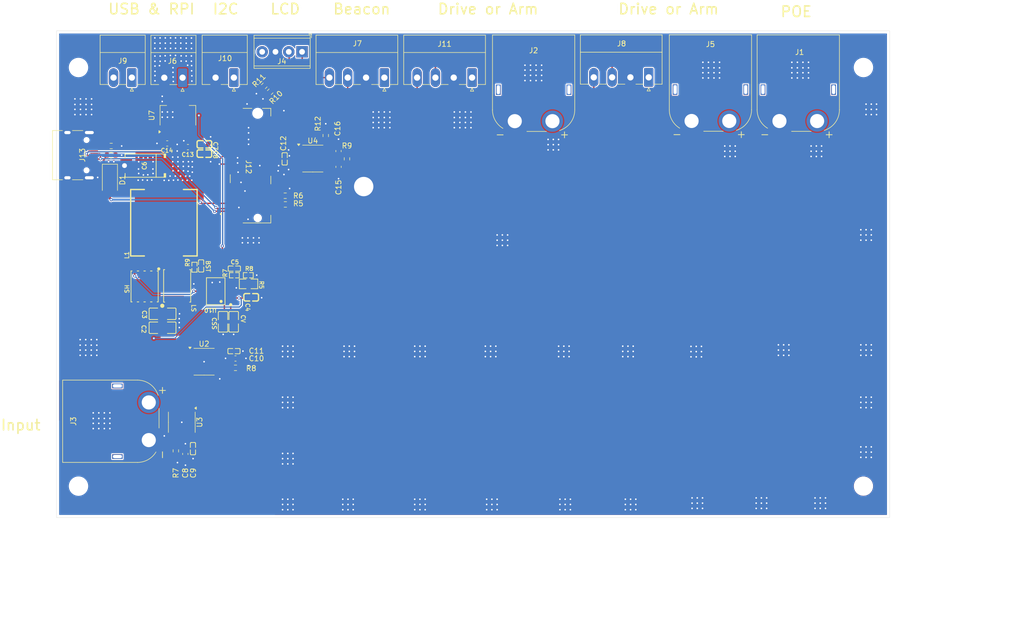
<source format=kicad_pcb>
(kicad_pcb (version 20240108) (generator "pcbnew") (generator_version "8.0")
  (layers (0 "F.Cu" signal "Top Layer") (1 "In1.Cu" signal "Inner1") (2 "In2.Cu" signal "Inner2") (31 "B.Cu" signal "Bottom Layer") (34 "B.Paste" user "Bottom Paste Mask Layer") (35 "F.Paste" user "Top Paste Mask Layer") (36 "B.SilkS" user "Bottom Silkscreen Layer") (37 "F.SilkS" user "Top Silkscreen Layer") (38 "B.Mask" user "Bottom Solder Mask Layer") (39 "F.Mask" user "Top Solder Mask Layer") (44 "Edge.Cuts" user "Multi-Layer"))
  (net 0 "")
  (net 1 "ADC1")
  (net 2 "GND")
  (net 3 "3.3V")
  (net 4 "ADC2")
  (net 5 "5V")
  (net 6 "Net-(J1-Pin_2)")
  (net 7 "Net-(J3-Pin_2)")
  (net 8 "Net-(J12-G0{slash}BUS0)")
  (net 9 "Net-(J12-G1{slash}BUS1)")
  (net 10 "Net-(J11-Pin_3)")
  (net 11 "Net-(J11-Pin_4)")
  (net 12 "SCL")
  (net 13 "SDA")
  (net 25 "TX")
  (net 35 "Net-(D1-A)")
  (net 37 "Net-(J12-USB_D-)")
  (net 47 "RX")
  (net 48 "Net-(J12-USB_D+)")
  (net 50 "SDA2")
  (net 51 "SCL2")
  (net 65 "40V")
  (net 66 "$2N2931")
  (net 67 "$2N2778")
  (net 68 "GATE")
  (net 69 "$2N2800")
  (net 70 "$2N671")
  (net 71 "$2N681")
  (net 72 "$2N1026")
  (net 73 "$2N1983")
  (net 74 "$2N1121")
  (net 75 "Net-(U3-~{FAULT})")
  (net 76 "Net-(U2-~{FAULT})")
  (net 77 "Net-(U4-Rs)")
  (net 79 "PWM")
  (net 80 "Net-(J13-CC2)")
  (net 81 "Net-(J13-CC1)")
  (footprint "Capacitor_SMD:C_0603_1608Metric" (layer "F.Cu") (at 293.697967 60.985884 -90)
    (property "Reference" "C15")
    (property "Value" "18pf" (hide yes))
  )
  (footprint "Diode_SMD:Vishay_SMPA" (layer "F.Cu") (at 250 63.5 -90)
    (property "Reference" "D1")
    (property "Value" "D")
  )
  (footprint "finalhand:C0603" (layer "F.Cu") (at 268.0655 56.6815)
    (property "Reference" "C7")
    (property "Value" "")
  )
  (footprint "Capacitor_SMD:C_0603_1608Metric" (layer "F.Cu") (at 293.688969 57.970249 -90)
    (property "Reference" "C16")
    (property "Value" "18pf" (hide yes))
  )
  (footprint "TerminalBlock_Phoenix:TerminalBlock_Phoenix_MPT-0,5-4-2.54_1x04_P2.54mm_Horizontal" (layer "F.Cu") (at 286.72121 39 180)
    (property "Reference" "J4")
    (property "Value" "Phoenix [2.54mm]" (hide yes))
  )
  (footprint "Package_SO:SOIC-8_3.9x4.9mm_P1.27mm" (layer "F.Cu") (at 268 98.2206)
    (property "Reference" "U2")
    (property "Value" "ACS711xLCTR-25AB" (hide yes))
  )
  (footprint "Connector_USB:USB_C_Receptacle_HRO_TYPE-C-31-M-12" (layer "F.Cu") (at 242.94 58.75 -90)
    (property "Reference" "J13")
    (property "Value" "USB_C_Receptacle_USB2.0_14P" (hide yes))
  )
  (footprint "finalhand:C1206" (layer "F.Cu") (at 260.0645 89.0665 180)
    (property "Reference" "C3")
    (property "Value" "")
  )
  (footprint "Resistor_SMD:R_0603_1608Metric" (layer "F.Cu") (at 291.25 55 -90)
    (property "Reference" "R12")
    (property "Value" "120" (hide yes))
  )
  (footprint "Connector_AMASS:AMASS_XT60PW-M_1x02_P7.20mm_Horizontal" (layer "F.Cu") (at 257.432983 113.200801 90)
    (property "Reference" "J3")
    (property "Value" "XT60-PW-M" (hide yes))
  )
  (footprint "Resistor_SMD:R_0603_1608Metric" (layer "F.Cu") (at 250.25 57 180)
    (property "Reference" "R13" (hide yes))
    (property "Value" "5.1k")
  )
  (footprint "Capacitor_SMD:C_0603_1608Metric" (layer "F.Cu") (at 274 97.6016)
    (property "Reference" "C10")
    (property "Value" "18pF" (hide yes))
  )
  (footprint "finalhand:POWERVDFN-8_L6.0-W5.0-P1.27-BL" (layer "F.Cu") (at 262.8585 83.7325)
    (property "Reference" "LS")
    (property "Value" "")
  )
  (footprint "Resistor_SMD:R_0603_1608Metric" (layer "F.Cu") (at 262.607699 115.25909 -90)
    (property "Reference" "R7")
    (property "Value" "10K")
  )
  (footprint "Resistor_SMD:R_0603_1608Metric" (layer "F.Cu") (at 274 99.391646)
    (property "Reference" "R8")
    (property "Value" "10K")
  )
  (footprint "Connector_Phoenix_MC:PhoenixContact_MC_1,5_2-G-3.5_1x02_P3.50mm_Horizontal" (layer "F.Cu") (at 263.891469 43.949119 180)
    (property "Reference" "J6")
    (property "Value" "Phoenix (5V,GND)" (hide yes))
  )
  (footprint "finalhand:HTSSOP-14_L5.0-W4.4-P0.65-LS6.4-BL-EP" (layer "F.Cu") (at 270.2245 84.7485 90)
    (property "Reference" "U10")
    (property "Value" "")
  )
  (footprint "Package_SO:SOIC-8_3.9x4.9mm_P1.27mm" (layer "F.Cu") (at 288.775 59.405)
    (property "Reference" "U4")
    (property "Value" "SN65HVD230" (hide yes))
  )
  (footprint "finalhand:C0805" (layer "F.Cu") (at 273.6535 90.5905 90)
    (property "Reference" "CV")
    (property "Value" "")
  )
  (footprint "finalhand:C0402" (layer "F.Cu") (at 273.7805 80.4305)
    (property "Reference" "C5")
    (property "Value" "")
  )
  (footprint "Package_SO:SOIC-8_3.9x4.9mm_P1.27mm" (layer "F.Cu") (at 263.73837 109.791861 -90)
    (property "Reference" "U3")
    (property "Value" "ACS711xLCTR-25AB" (hide yes))
  )
  (footprint "finalhand-easyedapro:C0402" (layer "F.Cu") (at 283.4 59.454998 90)
    (property "Reference" "C12")
    (property "Value" "100nF" (hide yes))
  )
  (footprint "finalhand:DFN-8_L5.9-W5.2-P1.27-LS6.2-BL" (layer "F.Cu") (at 256.6355 83.8595 180)
    (property "Reference" "HS")
    (property "Value" "")
  )
  (footprint "Connector_AMASS:AMASS_XT60PW-M_1x02_P7.20mm_Horizontal" (layer "F.Cu") (at 361.159382 52.218998)
    (property "Reference" "J5")
    (property "Value" "XT60-PW-M" (hide yes))
  )
  (footprint "Package_TO_SOT_SMD:SOT-223-3_TabPin2" (layer "F.Cu") (at 263 51.1635 90)
    (property "Reference" "U7")
    (property "Value" "AMS1117-3.3" (hide yes))
  )
  (footprint "Connector_Phoenix_MC:PhoenixContact_MC_1,5_4-G-3.5_1x04_P3.50mm_Horizontal" (layer "F.Cu") (at 319.207139 43.9325 180)
    (property "Reference" "J11")
    (property "Value" "Phoenix (+,-,CANH/L)" (hide yes))
  )
  (footprint "ART:HatsuneMiku2" (layer "F.Cu") (at 386.7911 114.249814)
    (property "Reference" "G***" (hide yes))
    (property "Value" "LOGO" (hide yes))
  )
  (footprint "SJSU_common:micromod" (layer "F.Cu") (at 286.5 60.75 -90)
    (property "Reference" "J12")
    (property "Value" "MicroMod" (hide yes))
  )
  (footprint "Connector_Phoenix_MC:PhoenixContact_MC_1,5_2-G-3.5_1x02_P3.50mm_Horizontal" (layer "F.Cu") (at 273.695 43.9325 180)
    (property "Reference" "J10")
    (property "Value" "Phoenix (5V,GND)" (hide yes))
  )
  (footprint "MountingHole:MountingHole_3.2mm_M3" (layer "F.Cu") (at 244 122 90)
    (property "Reference" "REF**" (hide yes))
    (property "Value" "MountingHole_3.2mm_M3" (hide yes))
  )
  (footprint "finalhand:C0805" (layer "F.Cu") (at 271.6215 90.5905 90)
    (property "Reference" "CSS")
    (property "Value" "")
  )
  (footprint "Capacitor_SMD:C_0603_1608Metric" (layer "F.Cu") (at 260.95651 56.509664 180)
    (property "Reference" "C14")
    (property "Value" "10µF" (hide yes))
  )
  (footprint "Capacitor_SMD:C_0603_1608Metric" (layer "F.Cu") (at 264.416047 115.845581 -90)
    (property "Reference" "C8")
    (property "Value" "18pF" (hide yes))
  )
  (footprint "finalhand:C0603" (layer "F.Cu") (at 276.9935 85.910624 180)
    (property "Reference" "C4")
    (property "Value" "")
  )
  (footprint "MountingHole:MountingHole_3.2mm_M3" (layer "F.Cu") (at 394 42 90)
    (property "Reference" "REF**" (hide yes))
    (property "Value" "MountingHole_3.2mm_M3" (hide yes))
  )
  (footprint "finalhand:R0402" (layer "F.Cu") (at 276.4475 81.7005 180)
    (property "Reference" "R8")
    (property "Value" "")
  )
  (footprint "Resistor_SMD:R_0603_1608Metric" (layer "F.Cu") (at 283.531807 68.172328 180)
    (property "Reference" "R5")
    (property "Value" "10K" (hide yes))
  )
  (footprint "Resistor_SMD:R_0603_1608Metric" (layer "F.Cu") (at 280.635788 46.632428 45)
    (property "Reference" "R10")
    (property "Value" "10K" (hide yes))
  )
  (footprint "finalhand-easyedapro:C0402" (layer "F.Cu") (at 273.7112 96.2032)
    (property "Reference" "C11")
    (property "Value" "100nF" (hide yes))
  )
  (footprint "Connector_AMASS:AMASS_XT60PW-M_1x02_P7.20mm_Horizontal" (layer "F.Cu") (at 327.371909 52.252793)
    (property "Reference" "J2")
    (property "Value" "XT60-PW-M" (hide yes))
  )
  (footprint "Capacitor_SMD:C_0603_1608Metric" (layer "F.Cu") (at 264.914303 57.214316 180)
    (property "Reference" "C13")
    (property "Value" "10µF" (hide yes))
  )
  (footprint "finalhand:R0402" (layer "F.Cu") (at 273.7805 81.7005 180)
    (property "Reference" "R7")
    (property "Value" "")
  )
  (footprint "MountingHole:MountingHole_3.2mm_M3" (layer "F.Cu") (at 394 122 90)
    (property "Reference" "REF**" (hide yes))
    (property "Value" "MountingHole_3.2mm_M3" (hide yes))
  )
  (footprint "finalhand:IND-SMD_L12.7-W12.7" (layer "F.Cu") (at 260.3185 71.6635 90)
    (property "Reference" "L1")
    (property "Value" "")
  )
  (footprint "finalhand:R0805" (layer "F.Cu") (at 276.4935 83.3515)
    (property "Reference" "R5")
    (property "Value" "")
  )
  (footprint "Resistor_SMD:R_0603_1608Metric" (layer "F.Cu") (at 279.5 45.5 45)
    (property "Reference" "R11")
    (property "Value" "10K" (hide yes))
  )
  (footprint "MountingHole:MountingHole_3.2mm_M3" (layer "F.Cu") (at 244 42 90)
    (property "Reference" "REF**" (hide yes))
    (property "Value" "MountingHole_3.2mm_M3" (hide yes))
  )
  (footprint "finalhand:Pad_e949" (layer "F.Cu") (at 252.7915 60.7455 -90)
    (property "Reference" "")
    (property "Value" "")
  )
  (footprint "finalhand:C0603" (layer "F.Cu") (at 268.0655 58.4595)
    (property "Reference" "C8")
    (property "Value" "")
  )
  (footprint "finalhand-easyedapro:C0402" (layer "F.Cu") (at 265.872327 114.835581 -90)
    (property "Reference" "C9")
    (property "Value" "100nF" (hide yes))
  )
  (footprint "Connector_Phoenix_MC:PhoenixContact_MC_1,5_2-G-3.5_1x02_P3.50mm_Horizontal" (layer "F.Cu") (at 254.195 43.9325 180)
    (property "Reference" "J9")
    (property "Value" "Phoenix (SDA/L)" (hide yes))
  )
  (footprint "Connector_Phoenix_MC:PhoenixContact_MC_1,5_4-G-3.5_1x04_P3.50mm_Horizontal" (layer "F.Cu") (at 352.966753 43.879939 180)
    (property "Reference" "J8")
    (property "Value" "Phoenix (+,-,CANH/L)" (hide yes))
  )
  (footprint "finalhand:C0402" (layer "F.Cu") (at 267.4305 79.9135 90)
    (property "Reference" "BST")
    (property "Value" "")
  )
  (footprint "finalhand:C1206" (layer "F.Cu") (at 260.0645 91.7335 180)
    (property "Reference" "C2")
    (property "Value" "")
  )
  (footprint "Resistor_SMD:R_0603_1608Metric" (layer "F.Cu") (at 283.5 66.5 180)
    (property "Reference" "R6")
    (property "Value" "10K" (hide yes))
  )
  (footprint "finalhand:R0402" (layer "F.Cu") (at 266.1605 80.1635 90)
    (property "Reference" "R9")
    (property "Value" "")
  )
  (footprint "Resistor_SMD:R_0603_1608Metric" (layer "F.Cu") (at 295.308705 59.455007 90)
    (property "Reference" "R9")
    (property "Value" "120" (hide yes))
  )
  (footprint "Connector_Phoenix_MC:PhoenixContact_MC_1,5_4-G-3.5_1x04_P3.50mm_Horizontal" (layer "F.Cu") (at 302.449371 43.9325 180)
    (property "Reference" "J7")
    (property "Value" "Phoenix (GPIO, 5V, GND)" (hide yes))
  )
  (footprint "finalhand:CAP-SMD_L7.3-W4.3-R-RD" (layer "F.Cu") (at 256.6355 60.7455)
    (property "Reference" "C6")
    (property "Value" "")
  )
  (footprint "Connector_AMASS:AMASS_XT60PW-M_1x02_P7.20mm_Horizontal" (layer "F.Cu") (at 377.949042 52.232566)
    (property "Reference" "J1")
    (property "Value" "XT60-PW-M" (hide yes))
  )
  (footprint "Resistor_SMD:R_0603_1608Metric" (layer "F.Cu") (at 250.25 58.75 180)
    (property "Reference" "R14" (hide yes))
    (property "Value" "5.1k")
  )
  (gr_rect (start 239.795486 35) (end 399 128) (stroke (width 0.05)) (fill none) (layer "Edge.Cuts"))
  (gr_text "I2C" (at 269.5 32 0) (layer "F.SilkS") (effects (font (size 2 2) (thickness 0.3)) (justify left bottom)))
  (gr_text "Drive or Arm" (at 347 32 0) (layer "F.SilkS") (effects (font (size 2 2) (thickness 0.3)) (justify left bottom)))
  (gr_text "USB & RPI" (at 249.5 32 0) (layer "F.SilkS") (effects (font (size 2 2) (thickness 0.3)) (justify left bottom)))
  (gr_text "POE" (at 378 32.5 0) (layer "F.SilkS") (effects (font (size 2 2) (thickness 0.3)) (justify left bottom)))
  (gr_text "Beacon" (at 292.5 32 0) (layer "F.SilkS") (effects (font (size 2 2) (thickness 0.3)) (justify left bottom)))
  (gr_text "Drive or Arm" (at 312.5 32 0) (layer "F.SilkS") (effects (font (size 2 2) (thickness 0.3)) (justify left bottom)))
  (gr_text "Input" (at 229 111.5 0) (layer "F.SilkS") (effects (font (size 2 2) (thickness 0.3)) (justify left bottom)))
  (gr_text "LCD" (at 280.5 32 0) (layer "F.SilkS") (effects (font (size 2 2) (thickness 0.3)) (justify left bottom)))
  (segment (start 280.5155 61.7095) (end 282.1095 61.7095) (width 0.254) (layer "F.Cu") (net 1))
  (segment (start 264.432144 115.054484) (end 264.416047 115.070581) (width 0.254) (layer "F.Cu") (net 1))
  (segment (start 264.432144 113.895607) (end 264.432144 115.054484) (width 0.254) (layer "F.Cu") (net 1))
  (segment (start 264.37337 113.836833) (end 264.432144 113.895607) (width 0.254) (layer "F.Cu") (net 1))
  (segment (start 282.1095 61.7095) (end 282.15 61.75) (width 0.254) (layer "F.Cu") (net 1))
  (segment (start 264.37337 112.266861) (end 264.37337 113.836833) (width 0.254) (layer "F.Cu") (net 1))
  (via blind (at 282.15 61.75) (size 0.61) (drill 0.305) (layers "F.Cu" "In2.Cu") (net 1))
  (via blind (at 264.432144 113.895607) (size 0.61) (drill 0.305) (layers "F.Cu" "In2.Cu") (net 1))
  (segment (start 274.816537 50.3595) (end 276.210648 48.965389) (width 0.762) (layer "F.Cu") (net 2))
  (segment (start 270.9135 60.4595) (end 272.9655 60.4595) (width 0.254) (layer "F.Cu") (net 2))
  (segment (start 270.9135 59.5865) (end 271.5405 58.9595) (width 0.254) (layer "F.Cu") (net 2))
  (segment (start 264.139303 57.214316) (end 264.139303 56.021103) (width 0.381) (layer "F.Cu") (net 2))
  (segment (start 271.5405 58.9595) (end 272.9655 58.9595) (width 0.254) (layer "F.Cu") (net 2))
  (segment (start 263.229612 91.7335) (end 263.26808 91.695032) (width 0.254) (layer "F.Cu") (net 2))
  (segment (start 271 83.973) (end 270.2245 84.7485) (width 0.254) (layer "F.Cu") (net 2))
  (segment (start 272.9655 68.4595) (end 274.3595 68.4595) (width 0.254) (layer "F.Cu") (net 2))
  (segment (start 284.3 58.88) (end 285.91 58.88) (width 0.254) (layer "F.Cu") (net 2))
  (segment (start 271 101.5) (end 271 100.6506) (width 0.381) (layer "F.Cu") (net 2))
  (segment (start 265.872327 115.380581) (end 265.872327 116.714882) (width 0.381) (layer "F.Cu") (net 2))
  (segment (start 268.7825 86.6985) (end 267.3585 86.6985) (width 0.254) (layer "F.Cu") (net 2))
  (segment (start 261.657 89.0665) (end 263.305968 89.0665) (width 0.254) (layer "F.Cu") (net 2))
  (segment (start 284.3 58.88) (end 283.429998 58.88) (width 0.254) (layer "F.Cu") (net 2))
  (segment (start 261.700285 112.399946) (end 261.83337 112.266861) (width 0.381) (layer "F.Cu") (net 2))
  (segment (start 267.3585 83.4485) (end 266.1305 83.4485) (width 0.254) (layer "F.Cu") (net 2))
  (segment (start 268.7655 59.5155) (end 269.25 60) (width 0.254) (layer "F.Cu") (net 2))
  (segment (start 268.7655 58.4595) (end 268.7655 59.5155) (width 0.254) (layer "F.Cu") (net 2))
  (segment (start 266.1305 83.4485) (end 266.0335 83.3515) (width 0.254) (layer "F.Cu") (net 2))
  (segment (start 272.9655 51.1345) (end 272.9655 51.2285) (width 0.762) (layer "F.Cu") (net 2))
  (segment (start 274.775 97.6016) (end 275.9746 97.6016) (width 0.254) (layer "F.Cu") (net 2))
  (segment (start 274.65 69.149892) (end 274.65 68.75) (width 0.254) (layer "F.Cu") (net 2))
  (segment (start 260.18151 56.509664) (end 259.009664 56.509664) (width 0.381) (layer "F.Cu") (net 2))
  (segment (start 264.139303 56.021103) (end 264.1182 56) (width 0.381) (layer "F.Cu") (net 2))
  (segment (start 251.075 57) (end 252.25 57) (width 0.254) (layer "F.Cu") (net 2))
  (segment (start 247.661519 62.676519) (end 246.985 62) (width 0.254) (layer "F.Cu") (net 2))
  (segment (start 260.7 54.3135) (end 260.7 55.991174) (width 0.381) (layer "F.Cu") (net 2))
  (segment (start 275.9746 97.6016) (end 276 97.5762) (width 0.254) (layer "F.Cu") (net 2))
  (segment (start 260.39614 112.399946) (end 261.700285 112.399946) (width 0.381) (layer "F.Cu") (net 2))
  (segment (start 274.2562 96.2032) (end 275.4158 96.2032) (width 0.254) (layer "F.Cu") (net 2))
  (segment (start 273.7405 50.3595) (end 272.9655 51.1345) (width 0.762) (layer "F.Cu") (net 2))
  (segment (start 271.6215 92.9715) (end 271.65 93) (width 0.254) (layer "F.Cu") (net 2))
  (segment (start 293.688969 55.69683) (end 293.689312 55.696487) (width 0.254) (layer "F.Cu") (net 2))
  (segment (start 272.9655 69.9595) (end 273.840392 69.9595) (width 0.254) (layer "F.Cu") (net 2))
  (segment (start 285.91 58.88) (end 285.925 58.865) (width 0.254) (layer "F.Cu") (net 2))
  (segment (start 273.840392 69.9595) (end 274.65 69.149892) (width 0.254) (layer "F.Cu") (net 2))
  (segment (start 259.009664 56.509664) (end 259 56.5) (width 0.381) (layer "F.Cu") (net 2))
  (segment (start 273.6535 92.9965) (end 273.65 93) (width 0.254) (layer "F.Cu") (net 2))
  (segment (start 264.416047 117.971511) (end 264.439535 117.994999) (width 0.254) (layer "F.Cu") (net 2))
  (segment (start 272.9655 61.9595) (end 274.4595 61.9595) (width 0.254) (layer "F.Cu") (net 2))
  (segment (start 247.661519 63.004751) (end 247.661519 62.676519) (width 0.254) (layer "F.Cu") (net 2))
  (segment (start 280.5155 61.2095) (end 281.7905 61.2095) (width 0.254) (layer "F.Cu") (net 2))
  (segment (start 271.6215 91.6205) (end 271.6215 92.9715) (width 0.254) (layer "F.Cu") (net 2))
  (segment (start 264.416047 116.620581) (end 264.416047 117.971511) (width 0.254) (layer "F.Cu") (net 2))
  (segment (start 293.697967 61.760884) (end 293.697967 63.24339) (width 0.254) (layer "F.Cu") (net 2))
  (segment (start 269.7245 85.7565) (end 268.7825 86.6985) (width 0.254) (layer "F.Cu") (net 2))
  (segment (start 274.3595 68.4595) (end 274.65 68.75) (width 0.254) (layer "F.Cu") (net 2))
  (segment (start 283.429998 58.88) (end 283.4 58.909998) (width 0.254) (layer "F.Cu") (net 2))
  (segment (start 260.7 55.991174) (end 260.18151 56.509664) (width 0.381) (layer "F.Cu") (net 2))
  (segment (start 261.657 91.7335) (end 263.229612 91.7335) (width 0.254) (layer "F.Cu") (net 2))
  (segment (start 251.075 58.75) (end 252.25 58.75) (width 0.254) (layer "F.Cu") (net 2))
  (segment (start 268.7655 55.7345) (end 269.25 55.25) (width 0.254) (layer "F.Cu") (net 2))
  (segment (start 291.25 54.175) (end 291.25 52.75) (width 0.381) (layer "F.Cu") (net 2))
  (segment (start 276.4 71) (end 276.3405 71.0595) (width 0.254) (layer "F.Cu") (net 2))
  (segment (start 276.3405 71.0595) (end 273.7405 71.0595) (width 0.254) (layer "F.Cu") (net 2))
  (segment (start 268.7655 56.6815) (end 268.7655 55.7345) (width 0.254) (layer "F.Cu") (net 2))
  (segment (start 275.4158 96.2032) (end 275.4238 96.1952) (width 0.254) (layer "F.Cu") (net 2))
  (segment (start 274.4595 61.9595) (end 274.5 62) (width 0.254) (layer "F.Cu") (net 2))
  (segment (start 270.9135 60.4595) (end 270.9135 59.5865) (width 0.254) (layer "F.Cu") (net 2))
  (segment (start 273.6535 91.6205) (end 273.6535 92.9965) (width 0.254) (layer "F.Cu") (net 2))
  (segment (start 269.553338 83.093613) (end 269.553338 84.077338) (width 0.254) (layer "F.Cu") (net 2))
  (segment (start 273.7405 50.3595) (end 274.816537 50.3595) (width 0.762) (layer "F.Cu") (net 2))
  (segment (start 265.872327 116.714882) (end 265.895815 116.73837) (width 0.381) (layer "F.Cu") (net 2))
  (segment (start 278.037028 81.7005) (end 278.058567 81.678961) (width 0.254) (layer "F.Cu") (net 2))
  (segment (start 281.7905 61.2095) (end 282.25 60.75) (width 0.254) (layer "F.Cu") (net 2))
  (segment (start 271 100.6506) (end 270.475 100.1256) (width 0.381) (layer "F.Cu") (net 2))
  (segment (start 271 83) (end 271 83.973) (width 0.254) (layer "F.Cu") (net 2))
  (segment (start 276.8805 81.7005) (end 278.037028 81.7005) (width 0.254) (layer "F.Cu") (net 2))
  (segment (start 269.553338 84.077338) (end 270.2245 84.7485) (width 0.254) (layer "F.Cu") (net 2))
  (segment (start 293.688969 57.195249) (end 293.688969 55.69683) (width 0.254) (layer "F.Cu") (net 2))
  (segment (start 269.7245 85.2485) (end 269.7245 85.7565) (width 0.254) (layer "F.Cu") (net 2))
  (segment (start 263.305968 89.0665) (end 263.307135 89.065333) (width 0.254) (layer "F.Cu") (net 2))
  (via (at 269.25 55.25) (size 0.61) (drill 0.305) (layers "F.Cu" "B.Cu") (net 2))
  (via blind (at 276.5 55.75) (size 0.61) (drill 0.305) (layers "F.Cu" "B.Cu") (net 2))
  (via (at 293.697967 63.24339) (size 0.61) (drill 0.305) (layers "F.Cu" "B.Cu") (net 2))
  (via (at 282.25 60.75) (size 0.61) (drill 0.305) (layers "F.Cu" "B.Cu") (net 2))
  (via (at 271 83) (size 0.61) (drill 0.305) (layers "F.Cu" "B.Cu") (net 2))
  (via (at 274.65 68.75) (size 0.61) (drill 0.305) (layers "F.Cu" "B.Cu") (net 2))
  (via (at 263.26808 91.695032) (size 0.61) (drill 0.305) (layers "F.Cu" "B.Cu") (net 2))
  (via (at 247.661519 63.004751) (size 0.61) (drill 0.305) (layers "F.Cu" "B.Cu") (net 2))
  (via (at 266.0335 83.3515) (size 0.61) (drill 0.305) (layers "F.Cu" "B.Cu") (net 2))
  (via (at 276.4 71) (size 0.61) (drill 0.305) (layers "F.Cu" "B.Cu") (net 2))
  (via blind (at 276.5 54.5) (size 0.61) (drill 0.305) (layers "F.Cu" "B.Cu") (net 2))
  (via (at 274.5 62) (size 0.61) (drill 0.305) (layers "F.Cu" "B.Cu") (net 2))
  (via (at 263.25 90.75) (size 0.61) (drill 0.305) (layers "F.Cu" "B.Cu") (net 2))
  (via (at 273.65 93) (size 0.61) (drill 0.305) (layers "F.Cu" "B.Cu") (net 2))
  (via (at 274.1615 84.1135) (size 0.61) (drill 0.305) (layers "F.Cu" "B.Cu") (net 2))
  (via (at 263.25 90) (size 0.61) (drill 0.305) (layers "F.Cu" "B.Cu") (net 2))
  (via (at 271 101.5) (size 0.61) (drill 0.305) (layers "F.Cu" "B.Cu") (net 2))
  (via (at 278.058567 81.678961) (size 0.61) (drill 0.305) (layers "F.Cu" "B.Cu") (net 2))
  (via (at 263.307135 89.065333) (size 0.61) (drill 0.305) (layers "F.Cu" "B.Cu") (net 2))
  (via blind (at 276.210648 48.965389) (size 0.61) (drill 0.305) (layers "F.Cu" "B.Cu") (net 2))
  (via (at 264.1182 56) (size 0.61) (drill 0.305) (layers "F.Cu" "B.Cu") (net 2))
  (via (at 275.4238 96.1952) (size 0.61) (drill 0.305) (layers "F.Cu" "B.Cu") (net 2))
  (via (at 252.25 57) (size 0.61) (drill 0.305) (layers "F.Cu" "B.Cu") (net 2))
  (via (at 269.25 60) (size 0.61) (drill 0.305) (layers "F.Cu" "B.Cu") (net 2))
  (via (at 279 86) (size 0.61) (drill 0.305) (layers "F.Cu" "B.Cu") (net 2))
  (via blind (at 276.5 56.68198) (size 0.61) (drill 0.305) (layers "F.Cu" "B.Cu") (net 2))
  (via (at 260.39614 112.399946) (size 0.61) (drill 0.305) (layers "F.Cu" "B.Cu") (net 2))
  (via (at 265.895815 116.73837) (size 0.61) (drill 0.305) (layers "F.Cu" "B.Cu") (net 2))
  (via (at 259 56.5) (size 0.61) (drill 0.305) (layers "F.Cu" "B.Cu") (net 2))
  (via (at 264.439535 117.994999) (size 0.61) (drill 0.305) (layers "F.Cu" "B.Cu") (net 2))
  (via (at 269.553338 83.093613) (size 0.61) (drill 0.305) (layers "F.Cu" "B.Cu") (net 2))
  (via (at 284.3 58.88) (size 0.61) (drill 0.305) (layers "F.Cu" "B.Cu") (net 2))
  (via (at 252.25 58.75) (size 0.61) (drill 0.305) (layers "F.Cu" "B.Cu") (net 2))
  (via (at 270.9135 60.4595) (size 0.61) (drill 0.305) (layers "F.Cu" "B.Cu") (net 2))
  (via (at 276 97.5762) (size 0.61) (drill 0.305) (layers "F.Cu" "B.Cu") (net 2))
  (via (at 293.689312 55.696487) (size 0.61) (drill 0.305) (layers "F.Cu" "B.Cu") (net 2))
  (via (at 291.25 52.75) (size 0.61) (drill 0.305) (layers "F.Cu" "B.Cu") (net 2))
  (via (at 271.65 93) (size 0.61) (drill 0.305) (layers "F.Cu" "B.Cu") (net 2))
  (via blind (at 276.5 53.5) (size 0.61) (drill 0.305) (layers "F.Cu" "B.Cu") (net 2))
  (via blind (at 278.5 75.5) (size 0.61) (drill 0.305) (layers "In1.Cu" "B.Cu") (net 2))
  (via blind (at 317.93934 50.5) (size 0.61) (drill 0.305) (layers "In1.Cu" "B.Cu") (net 2))
  (via blind (at 301.37868 53.5) (size 0.61) (drill 0.305) (layers "In1.Cu" "B.Cu") (net 2))
  (via blind (at 383.5 44) (size 0.61) (drill 0.305) (layers "In1.Cu" "B.Cu") (net 2))
  (via blind (at 363.31802 41) (size 0.61) (drill 0.305) (layers "In1.Cu" "B.Cu") (net 2))
  (via blind (at 365.43934 41) (size 0.61) (drill 0.305) (layers "In1.Cu" "B.Cu") (net 2))
  (via blind (at 302.43934 51.56066) (size 0.61) (drill 0.305) (layers "In1.Cu" "B.Cu") (net 2))
  (via blind (at 245.37868 96) (size 0.61) (drill 0.305) (layers "In1.Cu" "B.Cu") (net 2))
  (via blind (at 331.43934 43.5) (size 0.61) (drill 0.305) (layers "In1.Cu" "B.Cu") (net 2))
  (via blind (at 246.81802 109.06066) (size 0.61) (drill 0.305) (layers "In1.Cu" "B.Cu") (net 2))
  (via blind (at 380.31802 42.06066) (size 0.61) (drill 0.305) (layers "In1.Cu" "B.Cu") (net 2))
  (via blind (at 246.81802 111) (size 0.61) (drill 0.305) (layers "In1.Cu" "B.Cu") (net 2))
  (via blind (at 246.5 48) (size 0.61) (drill 0.305) (layers "In1.Cu" "B.Cu") (net 2))
  (via blind (at 247.5 95.06066) (size 0.61) (drill 0.305) (layers "In1.Cu" "B.Cu") (net 2))
  (via blind (at 383.5 43) (size 0.61) (drill 0.305) (layers "In1.Cu" "B.Cu") (net 2))
  (via blind (at 246.43934 95.06066) (size 0.61) (drill 0.305) (layers "In1.Cu" "B.Cu") (net 2))
  (via blind (at 248.93934 108) (size 0.61) (drill 0.305) (layers "In1.Cu" "B.Cu") (net 2))
  (via blind (at 300.31802 53.5) (size 0.61) (drill 0.305) (layers "In1.Cu" "B.Cu") (net 2))
  (via blind (at 244.31802 96) (size 0.61) (drill 0.305) (layers "In1.Cu" "B.Cu") (net 2))
  (via blind (at 319 50.5) (size 0.61) (drill 0.305) (layers "In1.Cu" "B.Cu") (net 2))
  (via blind (at 302.43934 53.5) (size 0.61) (drill 0.305) (layers "In1.Cu" "B.Cu") (net 2))
  (via blind (at 365.43934 42.06066) (size 0.61) (drill 0.305) (layers "In1.Cu" "B.Cu") (net 2))
  (via blind (at 246.43934 97) (size 0.61) (drill 0.305) (layers "In1.Cu" "B.Cu") (net 2))
  (via blind (at 382.43934 42.06066) (size 0.61) (drill 0.305) (layers "In1.Cu" "B.Cu") (net 2))
  (via blind (at 245.43934 51) (size 0.61) (drill 0.305) (layers "In1.Cu" "B.Cu") (net 2))
  (via blind (at 330.37868 44.5) (size 0.61) (drill 0.305) (layers "In1.Cu" "B.Cu") (net 2))
  (via blind (at 316.87868 52.5) (size 0.61) (drill 0.305) (layers "In1.Cu" "B.Cu") (net 2))
  (via blind (at 303.5 53.5) (size 0.61) (drill 0.305) (layers "In1.Cu" "B.Cu") (net 2))
  (via blind (at 247.5 97) (size 0.61) (drill 0.305) (layers "In1.Cu" "B.Cu") (net 2))
  (via blind (at 366.5 41) (size 0.61) (drill 0.305) (layers "In1.Cu" "B.Cu") (net 2))
  (via blind (at 244.31802 97) (size 0.61) (drill 0.305) (layers "In1.Cu" "B.Cu") (net 2))
  (via blind (at 364.37868 42.06066) (size 0.61) (drill 0.305) (layers "In1.Cu" "B.Cu") (net 2))
  (via blind (at 332.5 41.56066) (size 0.61) (drill 0.305) (layers "In1.Cu" "B.Cu") (net 2))
  (via blind (at 366.5 43) (size 0.61) (drill 0.305) (layers "In1.Cu" "B.Cu") (net 2))
  (via blind (at 331.43934 41.56066) (size 0.61) (drill 0.305) (layers "In1.Cu" "B.Cu") (net 2))
  (via blind (at 303.5 51.56066) (size 0.61) (drill 0.305) (layers "In1.Cu" "B.Cu") (net 2))
  (via blind (at 301.37868 51.56066) (size 0.61) (drill 0.305) (layers "In1.Cu" "B.Cu") (net 2))
  (via blind (at 363.31802 44) (size 0.61) (drill 0.305) (layers "In1.Cu" "B.Cu") (net 2))
  (via blind (at 331.43934 44.5) (size 0.61) (drill 0.305) (layers "In1.Cu" "B.Cu") (net 2))
  (via blind (at 315.81802 52.5) (size 0.61) (drill 0.305) (layers "In1.Cu" "B.Cu") (net 2))
  (via blind (at 250 110) (size 0.61) (drill 0.305) (layers "In1.Cu" "B.Cu") (net 2))
  (via blind (at 243.31802 50) (size 0.61) (drill 0.305) (layers "In1.Cu" "B.Cu") (net 2))
  (via blind (at 381.37868 43) (size 0.61) (drill 0.305) (layers "In1.Cu" "B.Cu") (net 2))
  (via blind (at 277.43934 74.56066) (size 0.61) (drill 0.305) (layers "In1.Cu" "B.Cu") (net 2))
  (via blind (at 276.37868 74.56066) (size 0.61) (drill 0.305) (layers "In1.Cu" "B.Cu") (net 2))
  (via blind (at 315.81802 53.5) (size 0.61) (drill 0.305) (layers "In1.Cu" "B.Cu") (net 2))
  (via blind (at 247.5 94) (size 0.61) (drill 0.305) (layers "In1.Cu" "B.Cu") (net 2))
  (via blind (at 246.43934 96) (size 0.61) (drill 0.305) (layers "In1.Cu" "B.Cu") (net 2))
  (via blind (at 247.87868 109.06066) (size 0.61) (drill 0.305) (layers "In1.Cu" "B.Cu") (net 2))
  (via blind (at 276.37868 75.5) (size 0.61) (drill 0.305) (layers "In1.Cu" "B.Cu") (net 2))
  (via blind (at 275.31802 74.56066) (size 0.61) (drill 0.305) (layers "In1.Cu" "B.Cu") (net 2))
  (via blind (at 330.37868 41.56066) (size 0.61) (drill 0.305) (layers "In1.Cu" "B.Cu") (net 2))
  (via blind (at 332.5 43.5) (size 0.61) (drill 0.305) (layers "In1.Cu" "B.Cu") (net 2))
  (via blind (at 316.87868 51.56066) (size 0.61) (drill 0.305) (layers "In1.Cu" "B.Cu") (net 2))
  (via blind (at 246.81802 108) (size 0.61) (drill 0.305) (layers "In1.Cu" "B.Cu") (net 2))
  (via blind (at 315.81802 51.56066) (size 0.61) (drill 0.305) (layers "In1.Cu" "B.Cu") (net 2))
  (via blind (at 248.93934 109.06066) (size 0.61) (drill 0.305) (layers "In1.Cu" "B.Cu") (net 2))
  (via blind (at 246.5 49.06066) (size 0.61) (drill 0.305) (layers "In1.Cu" "B.Cu") (net 2))
  (via blind (at 329.31802 44.5) (size 0.61) (drill 0.305) (layers "In1.Cu" "B.Cu") (net 2))
  (via blind (at 317.93934 52.5) (size 0.61) (drill 0.305) (layers "In1.Cu" "B.Cu") (net 2))
  (via blind (at 244.37868 50) (size 0.61) (drill 0.305) (layers "In1.Cu" "B.Cu") (net 2))
  (via blind (at 245.37868 97) (size 0.61) (drill 0.305) (layers "In1.Cu" "B.Cu") (net 2))
  (via blind (at 243.31802 48) (size 0.61) (drill 0.305) (layers "In1.Cu" "B.Cu") (net 2))
  (via blind (at 246.5 50) (size 0.61) (drill 0.305) (layers "In1.Cu" "B.Cu") (net 2))
  (via blind (at 275.31802 75.5) (size 0.61) (drill 0.305) (layers "In1.Cu" "B.Cu") (net 2))
  (via blind (at 383.5 42.06066) (size 0.61) (drill 0.305) (layers "In1.Cu" "B.Cu") (net 2))
  (via blind (at 247.87868 110) (size 0.61) (drill 0.305) (layers "In1.Cu" "B.Cu") (net 2))
  (via blind (at 247.87868 108) (size 0.61) (drill 0.305) (layers "In1.Cu" "B.Cu") (net 2))
  (via blind (at 381.37868 44) (size 0.61) (drill 0.305) (layers "In1.Cu" "B.Cu") (net 2))
  (via blind (at 247.87868 111) (size 0.61) (drill 0.305) (layers "In1.Cu" "B.Cu") (net 2))
  (via blind (at 302.43934 52.5) (size 0.61) (drill 0.305) (layers "In1.Cu" "B.Cu") (net 2))
  (via blind (at 300.31802 50.5) (size 0.61) (drill 0.305) (layers "In1.Cu" "B.Cu") (net 2))
  (via blind (at 301.37868 50.5) (size 0.61) (drill 0.305) (layers "In1.Cu" "B.Cu") (net 2))
  (via blind (at 382.43934 43) (size 0.61) (drill 0.305) (layers "In1.Cu" "B.Cu") (net 2))
  (via blind (at 381.37868 42.06066) (size 0.61) (drill 0.305) (layers "In1.Cu" "B.Cu") (net 2))
  (via blind (at 243.31802 51) (size 0.61) (drill 0.305) (layers "In1.Cu" "B.Cu") (net 2))
  (via blind (at 303.5 52.5) (size 0.61) (drill 0.305) (layers "In1.Cu" "B.Cu") (net 2))
  (via blind (at 382.43934 41) (size 0.61) (drill 0.305) (layers "In1.Cu" "B.Cu") (net 2))
  (via blind (at 365.43934 44) (size 0.61) (drill 0.305) (layers "In1.Cu" "B.Cu") (net 2))
  (via blind (at 317.93934 53.5) (size 0.61) (drill 0.305) (layers "In1.Cu" "B.Cu") (net 2))
  (via blind (at 245.43934 50) (size 0.61) (drill 0.305) (layers "In1.Cu" "B.Cu") (net 2))
  (via blind (at 248.93934 110) (size 0.61) (drill 0.305) (layers "In1.Cu" "B.Cu") (net 2))
  (via blind (at 245.37868 94) (size 0.61) (drill 0.305) (layers "In1.Cu" "B.Cu") (net 2))
  (via blind (at 315.81802 50.5) (size 0.61) (drill 0.305) (layers "In1.Cu" "B.Cu") (net 2))
  (via blind (at 245.43934 48) (size 0.61) (drill 0.305) (layers "In1.Cu" "B.Cu") (net 2))
  (via blind (at 278.5 74.56066) (size 0.61) (drill 0.305) (layers "In1.Cu" "B.Cu") (net 2))
  (via blind (at 316.87868 50.5) (size 0.61) (drill 0.305) (layers "In1.Cu" "B.Cu") (net 2))
  (via blind (at 331.43934 42.5) (size 0.61) (drill 0.305) (layers "In1.Cu" "B.Cu") (net 2))
  (via blind (at 301.37868 52.5) (size 0.61) (drill 0.305) (layers "In1.Cu" "B.Cu") (net 2))
  (via blind (at 329.31802 42.5) (size 0.61) (drill 0.305) (layers "In1.Cu" "B.Cu") (net 2))
  (via blind (at 250 108) (size 0.61) (drill 0.305) (layers "In1.Cu" "B.Cu") (net 2))
  (via blind (at 383.5 41) (size 0.61) (drill 0.305) (layers "In1.Cu" "B.Cu") (net 2))
  (via blind (at 363.31802 43) (size 0.61) (drill 0.305) (layers "In1.Cu" "B.Cu") (net 2))
  (via blind (at 330.37868 42.5) (size 0.61) (drill 0.305) (layers "In1.Cu" "B.Cu") (net 2))
  (via blind (at 243.31802 49.06066) (size 0.61) (drill 0.305) (layers "In1.Cu" "B.Cu") (net 2))
  (via blind (at 302.43934 50.5) (size 0.61) (drill 0.305) (layers "In1.Cu" "B.Cu") (net 2))
  (via blind (at 317.93934 51.56066) (size 0.61) (drill 0.305) (layers "In1.Cu" "B.Cu") (net 2))
  (via blind (at 316.87868 53.5) (size 0.61) (drill 0.305) (layers "In1.Cu" "B.Cu") (net 2))
  (via blind (at 245.37868 95.06066) (size 0.61) (drill 0.305) (layers "In1.Cu" "B.Cu") (net 2))
  (via blind (at 381.37868 41) (size 0.61) (drill 0.305) (layers "In1.Cu" "B.Cu") (net 2))
  (via blind (at 300.31802 52.5) (size 0.61) (drill 0.305) (layers "In1.Cu" "B.Cu") (net 2))
  (via blind (at 365.43934 43) (size 0.61) (drill 0.305) (layers "In1.Cu" "B.Cu") (net 2))
  (via blind (at 364.37868 43) (size 0.61) (drill 0.305) (layers "In1.Cu" "B.Cu") (net 2))
  (via blind (at 364.37868 44) (size 0.61) (drill 0.305) (layers "In1.Cu" "B.Cu") (net 2))
  (via blind (at 329.31802 43.5) (size 0.61) (drill 0.305) (layers "In1.Cu" "B.Cu") (net 2))
  (via blind (at 246.5 51) (size 0.61) (drill 0.305) (layers "In1.Cu" "B.Cu") (net 2))
  (via blind (at 250 111) (size 0.61) (drill 0.305) (layers "In1.Cu" "B.Cu") (net 2))
  (via blind (at 329.31802 41.56066) (size 0.61) (drill 0.305) (layers "In1.Cu" "B.Cu") (net 2))
  (via blind (at 366.5 42.06066) (size 0.61) (drill 0.305) (layers "In1.Cu" "B.Cu") (net 2))
  (via blind (at 364.37868 41) (size 0.61) (drill 0.305) (layers "In1.Cu" "B.Cu") (net 2))
  (via blind (at 246.43934 94) (size 0.61) (drill 0.305) (layers "In1.Cu" "B.Cu") (net 2))
  (via blind (at 247.5 96) (size 0.61) (drill 0.305) (layers "In1.Cu" "B.Cu") (net 2))
  (via blind (at 277.43934 75.5) (size 0.61) (drill 0.305) (layers "In1.Cu" "B.Cu") (net 2))
  (via blind (at 303.5 50.5) (size 0.61) (drill 0.305) (layers "In1.Cu" "B.Cu") (net 2))
  (via blind (at 244.31802 95.06066) (size 0.61) (drill 0.305) (layers "In1.Cu" "B.Cu") (net 2))
  (via blind (at 332.5 42.5) (size 0.61) (drill 0.305) (layers "In1.Cu" "B.Cu") (net 2))
  (via blind (at 300.31802 51.56066) (size 0.61) (drill 0.305) (layers "In1.Cu" "B.Cu") (net 2))
  (via blind (at 380.31802 43) (size 0.61) (drill 0.305) (layers "In1.Cu" "B.Cu") (net 2))
  (via blind (at 366.5 44) (size 0.61) (drill 0.305) (layers "In1.Cu" "B.Cu") (net 2))
  (via blind (at 319 53.5) (size 0.61) (drill 0.305) (layers "In1.Cu" "B.Cu") (net 2))
  (via blind (at 319 51.56066) (size 0.61) (drill 0.305) (layers "In1.Cu" "B.Cu") (net 2))
  (via blind (at 244.31802 94) (size 0.61) (drill 0.305) (layers "In1.Cu" "B.Cu") (net 2))
  (via blind (at 248.93934 111) (size 0.61) (drill 0.305) (layers "In1.Cu" "B.Cu") (net 2))
  (via blind (at 244.37868 49.06066) (size 0.61) (drill 0.305) (layers "In1.Cu" "B.Cu") (net 2))
  (via blind (at 380.31802 41) (size 0.61) (drill 0.305) (layers "In1.Cu" "B.Cu") (net 2))
  (via blind (at 319 52.5) (size 0.61) (drill 0.305) (layers "In1.Cu" "B.Cu") (net 2))
  (via blind (at 363.31802 42.06066) (size 0.61) (drill 0.305) (layers "In1.Cu" "B.Cu") (net 2))
  (via blind (at 245.43934 49.06066) (size 0.61) (drill 0.305) (layers "In1.Cu" "B.Cu") (net 2))
  (via blind (at 244.37868 48) (size 0.61) (drill 0.305) (layers "In1.Cu" "B.Cu") (net 2))
  (via blind (at 332.5 44.5) (size 0.61) (drill 0.305) (layers "In1.Cu" "B.Cu") (net 2))
  (via blind (at 330.37868 43.5) (size 0.61) (drill 0.305) (layers "In1.Cu" "B.Cu") (net 2))
  (via blind (at 382.43934 44) (size 0.61) (drill 0.305) (layers "In1.Cu" "B.Cu") (net 2))
  (via blind (at 380.31802 44) (size 0.61) (drill 0.305) (layers "In1.Cu" "B.Cu") (net 2))
  (via blind (at 250 109.06066) (size 0.61) (drill 0.305) (layers "In1.Cu" "B.Cu") (net 2))
  (via blind (at 244.37868 51) (size 0.61) (drill 0.305) (layers "In1.Cu" "B.Cu") (net 2))
  (via blind (at 246.81802 110) (size 0.61) (drill 0.305) (layers "In1.Cu" "B.Cu") (net 2))
  (segment (start 284.356807 68.172328) (end 282.819635 69.7095) (width 0.381) (layer "F.Cu") (net 3))
  (segment (start 262.91279 117.5) (end 262.967596 117.445194) (width 0.381) (layer "F.Cu") (net 3))
  (segment (start 283 50.25) (end 281.581 51.669) (width 0.381) (layer "F.Cu") (net 3))
  (segment (start 260 48.5) (end 262.5135 48.5) (width 0.381) (layer "F.Cu") (net 3))
  (segment (start 282.819635 69.7095) (end 280.5155 69.7095) (width 0.381) (layer "F.Cu") (net 3))
  (segment (start 265.64337 111.696861) (end 263.73837 109.791861) (width 0.381) (layer "F.Cu") (net 3))
  (segment (start 262.607699 117.194909) (end 262.91279 117.5) (width 0.381) (layer "F.Cu") (net 3))
  (segment (start 260 47.5) (end 262.4865 47.5) (width 0.381) (layer "F.Cu") (net 3))
  (segment (start 262.859069 57.954594) (end 262.866265 57.96179) (width 0.381) (layer "F.Cu") (net 3))
  (segment (start 261.73151 56.509664) (end 261.73151 55.58199) (width 0.381) (layer "F.Cu") (net 3))
  (segment (start 262.859069 56.697571) (end 262.859069 54.454431) (width 0.381) (layer "F.Cu") (net 3))
  (segment (start 278 47) (end 278.916637 46.083363) (width 0.254) (layer "F.Cu") (net 3))
  (segment (start 262.859069 54.454431) (end 263 54.3135) (width 0.381) (layer "F.Cu") (net 3))
  (segment (start 283.262692 62.448964) (end 283.262692 60.137306) (width 0.381) (layer "F.Cu") (net 3))
  (segment (start 263 51) (end 263 52) (width 0.762) (layer "F.Cu") (net 3))
  (segment (start 279.268216 48) (end 280.052425 47.215791) (width 0.254) (layer "F.Cu") (net 3))
  (segment (start 268 98.2206) (end 268 97) (width 0.381) (layer "F.Cu") (net 3))
  (segment (start 265.64337 114.061624) (end 265.872327 114.290581) (width 0.381) (layer "F.Cu") (net 3))
  (segment (start 284.356807 68.172328) (end 284.356807 66.531807) (width 0.381) (layer "F.Cu") (net 3))
  (segment (start 265.64337 112.266861) (end 265.64337 111.696861) (width 0.381) (layer "F.Cu") (net 3))
  (segment (start 262.5135 48.5) (end 263 48.0135) (width 0.381) (layer "F.Cu") (net 3))
  (segment (start 270.475 96.3156) (end 273.0538 96.3156) (width 0.254) (layer "F.Cu") (net 3))
  (segment (start 283.4 59.999998) (end 285.789998 59.999998) (width 0.254) (layer "F.Cu") (net 3))
  (segment (start 285.789998 59.999998) (end 285.925 60.135) (width 0.254) (layer "F.Cu") (net 3))
  (segment (start 284.325 66.5) (end 284.325 65.141705) (width 0.381) (layer "F.Cu") (net 3))
  (segment (start 261.73151 55.58199) (end 263 54.3135) (width 0.381) (layer "F.Cu") (net 3))
  (segment (start 273.0538 96.3156) (end 273.1662 96.2032) (width 0.254) (layer "F.Cu") (net 3))
  (segment (start 281.581 51.669) (end 280.5155 51.669) (width 0.381) (layer "F.Cu") (net 3))
  (segment (start 268 97) (end 268.6844 96.3156) (width 0.381) (layer "F.Cu") (net 3))
  (segment (start 268.6844 96.3156) (end 270.475 96.3156) (width 0.381) (layer "F.Cu") (net 3))
  (segment (start 262.5 51.5) (end 263 52) (width 0.381) (layer "F.Cu") (net 3))
  (segment (start 262.859069 56.697571) (end 262.859069 57.954594) (width 0.381) (layer "F.Cu") (net 3))
  (segment (start 276.099438 99.391646) (end 276.5 98.991084) (width 0.381) (layer "F.Cu") (net 3))
  (segment (start 262.607699 116.08409) (end 262.607699 117.194909) (width 0.381) (layer "F.Cu") (net 3))
  (segment (start 263 52) (end 263 54.3135) (width 0.762) (layer "F.Cu") (net 3))
  (segment (start 284.356807 66.531807) (end 284.325 66.5) (width 0.381) (layer "F.Cu") (net 3))
  (segment (start 262.4865 47.5) (end 263 48.0135) (width 0.381) (layer "F.Cu") (net 3))
  (segment (start 263 48.0135) (end 263 50) (width 0.762) (layer "F.Cu") (net 3))
  (segment (start 284.325 65.141705) (end 284.345361 65.121344) (width 0.381) (layer "F.Cu") (net 3))
  (segment (start 263 50) (end 263 51) (width 0.762) (layer "F.Cu") (net 3))
  (segment (start 283.25 50.25) (end 283 50.25) (width 0.381) (layer "F.Cu") (net 3))
  (segment (start 262.5 50.5) (end 263 51) (width 0.381) (layer "F.Cu") (net 3))
  (segment (start 283.262692 60.137306) (end 283.4 59.999998) (width 0.381) (layer "F.Cu") (net 3))
  (segment (start 262 51.5) (end 262.5 51.5) (width 0.381) (layer "F.Cu") (net 3))
  (segment (start 279.25 48) (end 279.268216 48) (width 0.254) (layer "F.Cu") (net 3))
  (segment (start 262 50.5) (end 262.5 50.5) (width 0.381) (layer "F.Cu") (net 3))
  (segment (start 274.825 99.391646) (end 276.099438 99.391646) (width 0.381) (layer "F.Cu") (net 3))
  (segment (start 265.64337 112.266861) (end 265.64337 114.061624) (width 0.381) (layer "F.Cu") (net 3))
  (via blind (at 262.91279 117.5) (size 0.61) (drill 0.305) (layers "F.Cu" "In2.Cu") (net 3))
  (via blind (at 260 50.5) (size 0.61) (drill 0.305) (layers "F.Cu" "In1.Cu") (net 3))
  (via blind (at 276.5 98.991084) (size 0.61) (drill 0.305) (layers "F.Cu" "In2.Cu") (net 3))
  (via blind (at 284.345361 65.121344) (size 0.61) (drill 0.305) (layers "F.Cu" "In1.Cu") (net 3))
  (via blind (at 263.73837 109.791861) (size 0.61) (drill 0.305) (layers "F.Cu" "In2.Cu") (net 3))
  (via blind (at 260 48.5) (size 0.61) (drill 0.305) (layers "F.Cu" "In1.Cu") (net 3))
  (via blind (at 262 50.5) (size 0.61) (drill 0.305) (layers "F.Cu" "In1.Cu") (net 3))
  (via blind (at 262.859069 56.697571) (size 0.61) (drill 0.305) (layers "F.Cu" "In2.Cu") (net 3))
  (via blind (at 262.866265 57.96179) (size 0.61) (drill 0.305) (layers "F.Cu" "In1.Cu") (net 3))
  (via blind (at 283.25 50.25) (size 0.61) (drill 0.305) (layers "F.Cu" "In1.Cu") (net 3))
  (via blind (at 278 47) (size 0.61) (drill 0.305) (layers "F.Cu" "In1.Cu") (net 3))
  (via blind (at 268 98.2206) (size 0.61) (drill 0.305) (layers "F.Cu" "In2.Cu") (net 3))
  (via blind (at 261 50.5) (size 0.61) (drill 0.305) (layers "F.Cu" "In1.Cu") (net 3))
  (via blind (at 260 47.5) (size 0.61) (drill 0.305) (layers "F.Cu" "In1.Cu") (net 3))
  (via blind (at 283.262692 62.448964) (size 0.61) (drill 0.305) (layers "F.Cu" "In1.Cu") (net 3))
  (via blind (at 279.25 48) (size 0.61) (drill 0.305) (layers "F.Cu" "In1.Cu") (net 3))
  (via blind (at 260 51.5) (size 0.61) (drill 0.305) (layers "F.Cu" "In1.Cu") (net 3))
  (via blind (at 261 51.5) (size 0.61) (drill 0.305) (layers "F.Cu" "In1.Cu") (net 3))
  (via blind (at 262 51.5) (size 0.61) (drill 0.305) (layers "F.Cu" "In1.Cu") (net 3))
  (segment (start 273.1996 97.5762) (end 273.225 97.6016) (width 0.254) (layer "F.Cu") (net 4))
  (segment (start 270.475 97.5856) (end 272.0922 97.5856) (width 0.254) (layer "F.Cu") (net 4))
  (segment (start 278.6905 60.7095) (end 280.5155 60.7095) (width 0.254) (layer "F.Cu") (net 4))
  (segment (start 278.65 60.75) (end 278.6905 60.7095) (width 0.254) (layer "F.Cu") (net 4))
  (segment (start 272.0922 97.5856) (end 272.1016 97.5762) (width 0.254) (layer "F.Cu") (net 4))
  (segment (start 272.1016 97.5762) (end 273.1996 97.5762) (width 0.254) (layer "F.Cu") (net 4))
  (via blind (at 272.1016 97.5762) (size 0.61) (drill 0.305) (layers "F.Cu" "In2.Cu") (net 4))
  (via blind (at 278.65 60.75) (size 0.61) (drill 0.305) (layers "F.Cu" "In2.Cu") (net 4))
  (segment (start 250 62.29) (end 250 60.75) (width 0.381) (layer "F.Cu") (net 5))
  (segment (start 265.689303 57.214316) (end 265.689303 54.702803) (width 0.381) (layer "F.Cu") (net 5))
  (segment (start 271.4945 78.6895) (end 273.2355 80.4305) (width 0.254) (layer "F.Cu") (net 5))
  (segment (start 267.3655 58.4595) (end 267.3655 56.6815) (width 0.381) (layer "F.Cu") (net 5))
  (segment (start 250 60.25) (end 250 60.75) (width 0.381) (layer "F.Cu") (net 5))
  (segment (start 265.689303 54.702803) (end 265.3 54.3135) (width 0.381) (layer "F.Cu") (net 5))
  (segment (start 271.4945 76.1125) (end 271.4945 78.6895) (width 0.254) (layer "F.Cu") (net 5))
  (segment (start 273.2355 80.4305) (end 273.2355 81.715) (width 0.254) (layer "F.Cu") (net 5))
  (segment (start 250 60.75) (end 250.75 60) (width 0.381) (layer "F.Cu") (net 5))
  (segment (start 273.2355 81.715) (end 273.3475 81.8275) (width 0.254) (layer "F.Cu") (net 5))
  (segment (start 249.75 60) (end 250 60.25) (width 0.381) (layer "F.Cu") (net 5))
  (segment (start 266.222119 56.6815) (end 265.689303 57.214316) (width 0.381) (layer "F.Cu") (net 5))
  (segment (start 267.3655 56.6815) (end 266.222119 56.6815) (width 0.381) (layer "F.Cu") (net 5))
  (via blind (at 262.151827 63.532007) (size 0.61) (drill 0.305) (layers "F.Cu" "In2.Cu") (net 5))
  (via blind (at 258.25 62.25) (size 0.61) (drill 0.305) (layers "F.Cu" "In2.Cu") (net 5))
  (via blind (at 265.585785 37.365767) (size 0.61) (drill 0.305) (layers "F.Cu" "In2.Cu") (net 5))
  (via blind (at 262.11982 44.668647) (size 0.61) (drill 0.305) (layers "F.Cu" "In2.Cu") (net 5))
  (via blind (at 265 60) (size 0.61) (drill 0.305) (layers "F.Cu" "In2.Cu") (net 5))
  (via blind (at 262.087813 43.820474) (size 0.61) (drill 0.305) (layers "F.Cu" "In2.Cu") (net 5))
  (via blind (at 262.545448 37.33892) (size 0.61) (drill 0.305) (layers "F.Cu" "In2.Cu") (net 5))
  (via blind (at 257.25 59.25) (size 0.61) (drill 0.305) (layers "F.Cu" "In2.Cu") (net 5))
  (via blind (at 255.5 60) (size 0.61) (drill 0.305) (layers "F.Cu" "In2.Cu") (net 5))
  (via blind (at 258 63.5) (size 0.61) (drill 0.305) (layers "F.Cu" "In2.Cu") (net 5))
  (via blind (at 265.619777 42.636285) (size 0.61) (drill 0.305) (layers "F.Cu" "In2.Cu") (net 5))
  (via blind (at 258.61568 44.546493) (size 0.61) (drill 0.305) (layers "F.Cu" "In2.Cu") (net 5))
  (via blind (at 256.25 63.5) (size 0.61) (drill 0.305) (layers "F.Cu" "In2.Cu") (net 5))
  (via blind (at 265.032006 60.896183) (size 0.61) (drill 0.305) (layers "F.Cu" "In2.Cu") (net 5))
  (via blind (at 263.614781 39.77161) (size 0.61) (drill 0.305) (layers "F.Cu" "In2.Cu") (net 5))
  (via blind (at 264.064013 61.744356) (size 0.61) (drill 0.305) (layers "F.Cu" "In2.Cu") (net 5))
  (via blind (at 265.66369 43.590406) (size 0.61) (drill 0.305) (layers "F.Cu" "In2.Cu") (net 5))
  (via blind (at 255.5 62.25) (size 0.61) (drill 0.305) (layers "F.Cu" "In2.Cu") (net 5))
  (via blind (at 261.255644 63.564013) (size 0.61) (drill 0.305) (layers "F.Cu" "In2.Cu") (net 5))
  (via blind (at 263.5 62.75) (size 0.61) (drill 0.305) (layers "F.Cu" "In2.Cu") (net 5))
  (via blind (at 264.575864 40.791946) (size 0.61) (drill 0.305) (layers "F.Cu" "In2.Cu") (net 5))
  (via blind (at 259.603719 39.813903) (size 0.61) (drill 0.305) (layers "F.Cu" "In2.Cu") (net 5))
  (via blind (at 265.575864 39.791946) (size 0.61) (drill 0.305) (layers "F.Cu" "In2.Cu") (net 5))
  (via blind (at 259.591835 37.346932) (size 0.61) (drill 0.305) (layers "F.Cu" "In2.Cu") (net 5))
  (via blind (at 262.545448 38.33892) (size 0.61) (drill 0.305) (layers "F.Cu" "In2.Cu") (net 5))
  (via blind (at 264.92714 61.825484) (size 0.61) (drill 0.305) (layers "F.Cu" "In2.Cu") (net 5))
  (via blind (at 262.5 62.75) (size 0.61) (drill 0.305) (layers "F.Cu" "In2.Cu") (net 5))
  (via blind (at 258.61568 42.724111) (size 0.61) (drill 0.305) (layers "F.Cu" "In2.Cu") (net 5))
  (via blind (at 265.585785 36.365767) (size 0.61) (drill 0.305) (layers "F.Cu" "In2.Cu") (net 5))
  (via blind (at 261.591835 37.346932) (size 0.61) (drill 0.305) (layers "F.Cu" "In2.Cu") (net 5))
  (via blind (at 258.217993 59.151827) (size 0.61) (drill 0.305) (layers "F.Cu" "In2.Cu") (net 5))
  (via blind (at 261.559705 39.69163) (size 0.61) (drill 0.305) (layers "F.Cu" "In2.Cu") (net 5))
  (via blind (at 262.545448 36.33892) (size 0.61) (drill 0.305) (layers "F.Cu" "In2.Cu") (net 5))
  (via blind (at 264.585785 37.365767) (size 0.61) (drill 0.305) (layers "F.Cu" "In2.Cu") (net 5))
  (via blind (at 265.619777 41.636285) (size 0.61) (drill 0.305) (layers "F.Cu" "In2.Cu") (net 5))
  (via blind (at 258.591835 36.346932) (size 0.61) (drill 0.305) (layers "F.Cu" "In2.Cu") (net 5))
  (via blind (at 258.61568 41.724111) (size 0.61) (drill 0.305) (layers "F.Cu" "In2.Cu") (net 5))
  (via blind (at 259.47928 41.644029) (size 0.61) (drill 0.305) (layers "F.Cu" "In2.Cu") (net 5))
  (via blind (at 265.651827 63.532007) (size 0.61) (drill 0.305) (layers "F.Cu" "In2.Cu") (net 5))
  (via blind (at 264.755644 63.564013) (size 0.61) (drill 0.305) (layers "F.Cu" "In2.Cu") (net 5))
  (via blind (at 264.585785 38.365767) (size 0.61) (drill 0.305) (layers "F.Cu" "In2.Cu") (net 5))
  (via blind (at 262.064013 61.744356) (size 0.61) (drill 0.305) (layers "F.Cu" "In2.Cu") (net 5))
  (via blind (at 265.75 62) (size 0.61) (drill 0.305) (layers "F.Cu" "In2.Cu") (net 5))
  (via blind (at 259.591835 38.346932) (size 0.61) (drill 0.305) (layers "F.Cu" "In2.Cu") (net 5))
  (via blind (at 255.467993 61.401827) (size 0.61) (drill 0.305) (layers "F.Cu" "In2.Cu") (net 5))
  (via blind (at 262 59.11982) (size 0.61) (drill 0.305) (layers "F.Cu" "In2.Cu") (net 5))
  (via (at 271.4945 76.1125) (size 0.61) (drill 0.305) (layers "F.Cu" "B.Cu") (net 5))
  (via blind (at 262 60) (size 0.61) (drill 0.305) (layers "F.Cu" "In2.Cu") (net 5))
  (via (at 267 51.160624) (size 0.61) (drill 0.305) (layers "F.Cu" "B.Cu") (net 5))
  (via blind (at 263 59.11982) (size 0.61) (drill 0.305) (layers "F.Cu" "In2.Cu") (net 5))
  (via blind (at 265.75 61) (size 0.61) (drill 0.305) (layers "F.Cu" "In2.Cu") (net 5))
  (via blind (at 262.032006 60.896183) (size 0.61) (drill 0.305) (layers "F.Cu" "In2.Cu") (net 5))
  (via blind (at 263.545448 38.33892) (size 0.61) (drill 0.305) (layers "F.Cu" "In2.Cu") (net 5))
  (via blind (at 265.25 62.75) (size 0.61) (drill 0.305) (layers "F.Cu" "In2.Cu") (net 5))
  (via blind (at 262.055807 42.044111) (size 0.61) (drill 0.305) (layers "F.Cu" "In2.Cu") (net 5))
  (via blind (at 264.856379 41.564013) (size 0.61) (drill 0.305) (layers "F.Cu" "In2.Cu") (net 5))
  (via blind (at 263 60) (size 0.61) (drill 0.305) (layers "F.Cu" "In2.Cu") (net 5))
  (via blind (at 258.603719 39.813903) (size 0.61) (drill 0.305) (layers "F.Cu" "In2.Cu") (net 5))
  (via blind (at 263.545448 37.33892) (size 0.61) (drill 0.305) (layers "F.Cu" "In2.Cu") (net 5))
  (via blind (at 255.401827 63.532007) (size 0.61) (drill 0.305) (layers "F.Cu" "In2.Cu") (net 5))
  (via blind (at 249.75 60) (size 0.61) (drill 0.305) (layers "F.Cu" "In2.Cu") (net 5))
  (via blind (at 264.575864 39.791946) (size 0.61) (drill 0.305) (layers "F.Cu" "In2.Cu") (net 5))
  (via blind (at 259.591835 36.346932) (size 0.61) (drill 0.305) (layers "F.Cu" "In2.Cu") (net 5))
  (via blind (at 258.25 60) (size 0.61) (drill 0.305) (layers "F.Cu" "In2.Cu") (net 5))
  (via blind (at 263.875464 63.564013) (size 0.61) (drill 0.305) (layers "F.Cu" "In2.Cu") (net 5))
  (via blind (at 260.560445 40.75321) (size 0.61) (drill 0.305) (layers "F.Cu" "In2.Cu") (net 5))
  (via blind (at 265.585785 38.365767) (size 0.61) (drill 0.305) (layers "F.Cu" "In2.Cu") (net 5))
  (via blind (at 260.560445 39.75321) (size 0.61) (drill 0.305) (layers "F.Cu" "In2.Cu") (net 5))
  (via blind (at 256.401827 62.532007) (size 0.61) (drill 0.305) (layers "F.Cu" "In2.Cu") (net 5))
  (via blind (at 256.401827 59.282007) (size 0.61) (drill 0.305) (layers "F.Cu" "In2.Cu") (net 5))
  (via blind (at 262.535905 39.69163) (size 0.61) (drill 0.305) (layers "F.Cu" "In2.Cu") (net 5))
  (via blind (at 264.5 62.75) (size 0.61) (drill 0.305) (layers "F.Cu" "In2.Cu") (net 5))
  (via blind (at 260.375464 63.564013) (size 0.61) (drill 0.305) (layers "F.Cu" "In2.Cu") (net 5))
  (via blind (at 258.603719 40.813903) (size 0.61) (drill 0.305) (layers "F.Cu" "In2.Cu") (net 5))
  (via blind (at 257.151827 63.532007) (size 0.61) (drill 0.305) (layers "F.Cu" "In2.Cu") (net 5))
  (via blind (at 265.75 60) (size 0.61) (drill 0.305) (layers "F.Cu" "In2.Cu") (net 5))
  (via blind (at 264.032006 60.896183) (size 0.61) (drill 0.305) (layers "F.Cu" "In2.Cu") (net 5))
  (via blind (at 263.545448 36.33892) (size 0.61) (drill 0.305) (layers "F.Cu" "In2.Cu") (net 5))
  (via blind (at 260.591835 38.346932) (size 0.61) (drill 0.305) (layers "F.Cu" "In2.Cu") (net 5))
  (via blind (at 255.467993 59.151827) (size 0.61) (drill 0.305) (layers "F.Cu" "In2.Cu") (net 5))
  (via blind (at 263.032006 60.896183) (size 0.61) (drill 0.305) (layers "F.Cu" "In2.Cu") (net 5))
  (via blind (at 259.603719 40.813903) (size 0.61) (drill 0.305) (layers "F.Cu" "In2.Cu") (net 5))
  (via blind (at 258.217993 61.401827) (size 0.61) (drill 0.305) (layers "F.Cu" "In2.Cu") (net 5))
  (via blind (at 261.591835 38.346932) (size 0.61) (drill 0.305) (layers "F.Cu" "In2.Cu") (net 5))
  (via blind (at 261.5 62.75) (size 0.61) (drill 0.305) (layers "F.Cu" "In2.Cu") (net 5))
  (via blind (at 263.614781 40.77161) (size 0.61) (drill 0.305) (layers "F.Cu" "In2.Cu") (net 5))
  (via blind (at 250.75 60) (size 0.61) (drill 0.305) (layers "F.Cu" "In2.Cu") (net 5))
  (via blind (at 258.61568 43.546493) (size 0.61) (drill 0.305) (layers "F.Cu" "In2.Cu") (net 5))
  (via blind (at 264 60) (size 0.61) (drill 0.305) (layers "F.Cu" "In2.Cu") (net 5))
  (via blind (at 260.591835 37.346932) (size 0.61) (drill 0.305) (layers "F.Cu" "In2.Cu") (net 5))
  (via blind (at 260.591835 36.346932) (size 0.61) (drill 0.305) (layers "F.Cu" "In2.Cu") (net 5))
  (via blind (at 264.585785 36.365767) (size 0.61) (drill 0.305) (layers "F.Cu" "In2.Cu") (net 5))
  (via blind (at 258.591835 38.346932) (size 0.61) (drill 0.305) (layers "F.Cu" "In2.Cu") (net 5))
  (via blind (at 263.064013 61.744356) (size 0.61) (drill 0.305) (layers "F.Cu" "In2.Cu") (net 5))
  (via blind (at 262.055807 42.924291) (size 0.61) (drill 0.305) (layers "F.Cu" "In2.Cu") (net 5))
  (via blind (at 265.66369 44.590406) (size 0.61) (drill 0.305) (layers "F.Cu" "In2.Cu") (net 5))
  (via blind (at 263 63.5) (size 0.61) (drill 0.305) (layers "F.Cu" "In2.Cu") (net 5))
  (via blind (at 261.591835 36.346932) (size 0.61) (drill 0.305) (layers "F.Cu" "In2.Cu") (net 5))
  (via blind (at 265.575864 40.791946) (size 0.61) (drill 0.305) (layers "F.Cu" "In2.Cu") (net 5))
  (via blind (at 258.591835 37.346932) (size 0.61) (drill 0.305) (layers "F.Cu" "In2.Cu") (net 5))
  (via blind (at 257.25 62.5) (size 0.61) (drill 0.305) (layers "F.Cu" "In2.Cu") (net 5))
  (segment (start 271.5455 59.454376) (end 271.5455 76.0615) (width 0.254) (layer "B.Cu") (net 5))
  (segment (start 271.5455 76.0615) (end 271.4945 76.1125) (width 0.254) (layer "B.Cu") (net 5))
  (segment (start 267 54.908876) (end 271.5455 59.454376) (width 0.254) (layer "B.Cu") (net 5))
  (segment (start 267 51.160624) (end 267 54.908876) (width 0.254) (layer "B.Cu") (net 5))
  (via blind (at 363.25 125.25) (size 0.61) (drill 0.305) (layers "F.Cu" "In2.Cu") (net 6))
  (via blind (at 322.75 96.25) (size 0.61) (drill 0.305) (layers "F.Cu" "In2.Cu") (net 6))
  (via blind (at 395.5 106) (size 0.61) (drill 0.305) (layers "F.Cu" "In2.Cu") (net 6))
  (via blind (at 394.5 107) (size 0.61) (drill 0.305) (layers "F.Cu" "In2.Cu") (net 6))
  (via blind (at 385.75 125.25) (size 0.61) (drill 0.305) (layers "F.Cu" "In2.Cu") (net 6))
  (via blind (at 284 124.5) (size 0.61) (drill 0.305) (layers "F.Cu" "In2.Cu") (net 6))
  (via blind (at 394.5 50) (size 0.61) (drill 0.305) (layers "F.Cu" "In2.Cu") (net 6))
  (via blind (at 394.5 114.5) (size 0.61) (drill 0.305) (layers "F.Cu" "In2.Cu") (net 6))
  (via blind (at 285 117.75) (size 0.61) (drill 0.305) (layers "F.Cu" "In2.Cu") (net 6))
  (via blind (at 283 124.5) (size 0.61) (drill 0.305) (layers "F.Cu" "In2.Cu") (net 6))
  (via blind (at 308.25 96.25) (size 0.61) (drill 0.305) (layers "F.Cu" "In2.Cu") (net 6))
  (via blind (at 308.25 97.25) (size 0.61) (drill 0.305) (layers "F.Cu" "In2.Cu") (net 6))
  (via blind (at 394.5 73) (size 0.61) (drill 0.305) (layers "F.Cu" "In2.Cu") (net 6))
  (via blind (at 283 117.75) (size 0.61) (drill 0.305) (layers "F.Cu" "In2.Cu") (net 6))
  (via blind (at 337 125.5) (size 0.61) (drill 0.305) (layers "F.Cu" "In2.Cu") (net 6))
  (via blind (at 284 125.5) (size 0.61) (drill 0.305) (layers "F.Cu" "In2.Cu") (net 6))
  (via blind (at 350.5 124.5) (size 0.61) (drill 0.305) (layers "F.Cu" "In2.Cu") (net 6))
  (via blind (at 284 126.5) (size 0.61) (drill 0.305) (layers "F.Cu" "In2.Cu") (net 6))
  (via blind (at 310.25 96.25) (size 0.61) (drill 0.305) (layers "F.Cu" "In2.Cu") (net 6))
  (via blind (at 285 97.25) (size 0.61) (drill 0.305) (layers "F.Cu" "In2.Cu") (net 6))
  (via blind (at 284 95.25) (size 0.61) (drill 0.305) (layers "F.Cu" "In2.Cu") (net 6))
  (via blind (at 363.25 124.25) (size 0.61) (drill 0.305) (layers "F.Cu" "In2.Cu") (net 6))
  (via blind (at 309.25 96.25) (size 0.61) (drill 0.305) (layers "F.Cu" "In2.Cu") (net 6))
  (via blind (at 285 107) (size 0.61) (drill 0.305) (layers "F.Cu" "In2.Cu") (net 6))
  (via blind (at 362.25 126.25) (size 0.61) (drill 0.305) (layers "F.Cu" "In2.Cu") (net 6))
  (via blind (at 386.75 124.25) (size 0.61) (drill 0.305) (layers "F.Cu" "In2.Cu") (net 6))
  (via blind (at 385 59) (size 0.61) (drill 0.305) (layers "F.Cu" "In2.Cu") (net 6))
  (via blind (at 393.5 115.5) (size 0.61) (drill 0.305) (layers "F.Cu" "In2.Cu") (net 6))
  (via blind (at 296.5 124.5) (size 0.61) (drill 0.305) (layers "F.Cu" "In2.Cu") (net 6))
  (via blind (at 336 124.5) (size 0.61) (drill 0.305) (layers "F.Cu" "In2.Cu") (net 6))
  (via blind (at 361.25 124.25) (size 0.61) (drill 0.305) (layers "F.Cu" "In2.Cu") (net 6))
  (via blind (at 335.73752 57.742772) (size 0.61) (drill 0.305) (layers "F.Cu" "In2.Cu") (net 6))
  (via blind (at 363.045764 97.292155) (size 0.61) (drill 0.305) (layers "F.Cu" "In2.Cu") (net 6))
  (via blind (at 285 125.5) (size 0.61) (drill 0.305) (layers "F.Cu" "In2.Cu") (net 6))
  (via blind (at 309.25 126.5) (size 0.61) (drill 0.305) (layers "F.Cu" "In2.Cu") (net 6))
  (via blind (at 367.5 59) (size 0.61) (drill 0.305) (layers "F.Cu" "In2.Cu") (net 6))
  (via blind (at 294.5 124.5) (size 0.61) (drill 0.305) (layers "F.Cu" "In2.Cu") (net 6))
  (via blind (at 309.25 124.5) (size 0.61) (drill 0.305) (layers "F.Cu" "In2.Cu") (net 6))
  (via blind (at 283 97.25) (size 0.61) (drill 0.305) (layers "F.Cu" "In2.Cu") (net 6))
  (via blind (at 284 106) (size 0.61) (drill 0.305) (layers "F.Cu" "In2.Cu") (net 6))
  (via blind (at 338 126.5) (size 0.61) (drill 0.305) (layers "F.Cu" "In2.Cu") (net 6))
  (via blind (at 324 76) (size 0.61) (drill 0.305) (layers "F.Cu" "In2.Cu") (net 6))
  (via blind (at 285 106) (size 0.61) (drill 0.305) (layers "F.Cu" "In2.Cu") (net 6))
  (via blind (at 367.5 58) (size 0.61) (drill 0.305) (layers "F.Cu" "In2.Cu") (net 6))
  (via blind (at 361.25 125.25) (size 0.61) (drill 0.305) (layers "F.Cu" "In2.Cu") (net 6))
  (via blind (at 325 74) (size 0.61) (drill 0.305) (layers "F.Cu" "In2.Cu") (net 6))
  (via blind (at 285 96.25) (size 0.61) (drill 0.305) (layers "F.Cu" "In2.Cu") (net 6))
  (via blind (at 333.73752 56.742772) (size 0.61) (drill 0.305) (layers "F.Cu" "In2.Cu") (net 6))
  (via blind (at 283 116.75) (size 0.61) (drill 0.305) (layers "F.Cu" "In2.Cu") (net 6))
  (via blind (at 361.045764 95.292155) (size 0.61) (drill 0.305) (layers "F.Cu" "In2.Cu") (net 6))
  (via blind (at 377.75 96) (size 0.61) (drill 0.305) (layers "F.Cu" "In2.Cu") (net 6))
  (via blind (at 334.73752 56.742772) (size 0.61) (drill 0.305) (layers "F.Cu" "In2.Cu") (net 6))
  (via blind (at 335.75 95.25) (size 0.61) (drill 0.305) (layers "F.Cu" "In2.Cu") (net 6))
  (via blind (at 350.5 126.5) (size 0.61) (drill 0.305) (layers "F.Cu" "In2.Cu") (net 6))
  (via blind (at 378.75 95) (size 0.61) (drill 0.305) (layers "F.Cu" "In2.Cu") (net 6))
  (via blind (at 395.5 74) (size 0.61) (drill 0.305) (layers "F.Cu" "In2.Cu") (net 6))
  (via blind (at 333.73752 55.742772) (size 0.61) (drill 0.305) (layers "F.Cu" "In2.Cu") (net 6))
  (via blind (at 324 75) (size 0.61) (drill 0.305) (layers "F.Cu" "In2.Cu") (net 6))
  (via blind (at 284 97.25) (size 0.61) (drill 0.305) (layers "F.Cu" "In2.Cu") (net 6))
  (via blind (at 379.75 97) (size 0.61) (drill 0.305) (layers "F.Cu" "In2.Cu") (net 6))
  (via blind (at 310.25 97.25) (size 0.61) (drill 0.305) (layers "F.Cu" "In2.Cu") (net 6))
  (via blind (at 393.5 114.5) (size 0.61) (drill 0.305) (layers "F.Cu" "In2.Cu") (net 6))
  (via blind (at 375.5 124.25) (size 0.61) (drill 0.305) (layers "F.Cu" "In2.Cu") (net 6))
  (via blind (at 295.5 126.5) (size 0.61) (drill 0.305) (layers "F.Cu" "In2.Cu") (net 6))
  (via blind (at 335.75 96.25) (size 0.61) (drill 0.305) (layers "F.Cu" "In2.Cu") (net 6))
  (via blind (at 363.25 126.25) (size 0.61) (drill 0.305) (layers "F.Cu" "In2.Cu") (net 6))
  (via blind (at 349 95.25) (size 0.61) (drill 0.305) (layers "F.Cu" "In2.Cu") (net 6))
  (via blind (at 285 95.25) (size 0.61) (drill 0.305) (layers "F.Cu" "In2.Cu") (net 6))
  (via blind (at 324 74) (size 0.61) (drill 0.305) (layers "F.Cu" "In2.Cu") (net 6))
  (via blind (at 309.25 95.25) (size 0.61) (drill 0.305) (layers "F.Cu" "In2.Cu") (net 6))
  (via blind (at 294.5 126.5) (size 0.61) (drill 0.305) (layers "F.Cu" "In2.Cu") (net 6))
  (via blind (at 363.045764 95.292155) (size 0.61) (drill 0.305) (layers "F.Cu" "In2.Cu") (net 6))
  (via blind (at 322 126.5) (size 0.61) (drill 0.305) (layers "F.Cu" "In2.Cu") (net 6))
  (via blind (at 362.25 125.25) (size 0.61) (drill 0.305) (layers "F.Cu" "In2.Cu") (net 6))
  (via blind (at 283 96.25) (size 0.61) (drill 0.305) (layers "F.Cu" "In2.Cu") (net 6))
  (via blind (at 393.5 106) (size 0.61) (drill 0.305) (layers "F.Cu" "In2.Cu") (net 6))
  (via blind (at 393.5 95) (size 0.61) (drill 0.305) (layers "F.Cu" "In2.Cu") (net 6))
  (via blind (at 362.25 124.25) (size 0.61) (drill 0.305) (layers "F.Cu" "In2.Cu") (net 6))
  (via blind (at 386.75 126.25) (size 0.61) (drill 0.305) (layers "F.Cu" "In2.Cu") (net 6))
  (via blind (at 384.75 124.25) (size 0.61) (drill 0.305) (layers "F.Cu" "In2.Cu") (net 6))
  (via blind (at 325 75) (size 0.61) (drill 0.305) (layers "F.Cu" "In2.Cu") (net 6))
  (via blind (at 296.5 126.5) (size 0.61) (drill 0.305) (layers "F.Cu" "In2.Cu") (net 6))
  (via blind (at 335.75 97.25) (size 0.61) (drill 0.305) (layers "F.Cu" "In2.Cu") (net 6))
  (via blind (at 386.75 125.25) (size 0.61) (drill 0.305) (layers "F.Cu" "In2.Cu") (net 6))
  (via blind (at 285 115.75) (size 0.61) (drill 0.305) (layers "F.Cu" "In2.Cu") (net 6))
  (via blind (at 336 125.5) (size 0.61) (drill 0.305) (layers "F.Cu" "In2.Cu") (net 6))
  (via blind (at 285 124.5) (size 0.61) (drill 0.305) (layers "F.Cu" "In2.Cu") (net 6))
  (via blind (at 373.5 125.25) (size 0.61) (drill 0.305) (layers "F.Cu" "In2.Cu") (net 6))
  (via blind (at 294.75 96.25) (size 0.61) (drill 0.305) (layers "F.Cu" "In2.Cu") (net 6))
  (via blind (at 294.75 95.25) (size 0.61) (drill 0.305) (layers "F.Cu" "In2.Cu") (net 6))
  (via blind (at 295.75 96.25) (size 0.61) (drill 0.305) (layers "F.Cu" "In2.Cu") (net 6))
  (via blind (at 338 124.5) (size 0.61) (drill 0.305) (layers "F.Cu" "In2.Cu") (net 6))
  (via blind (at 395.5 97) (size 0.61) (drill 0.305) (layers "F.Cu" "In2.Cu") (net 6))
  (via blind (at 363.045764 96.292155) (size 0.61) (drill 0.305) (layers "F.Cu" "In2.Cu") (net 6))
  (via blind (at 349 97.25) (size 0.61) (drill 0.305) (layers "F.Cu" "In2.Cu") (net 6))
  (via blind (at 294.5 125.5) (size 0.61) (drill 0.305) (layers "F.Cu" "In2.Cu") (net 6))
  (via blind (at 296.75 97.25) (size 0.61) (drill 0.305) (layers "F.Cu" "In2.Cu") (net 6))
  (via blind (at 361.045764 97.292155) (size 0.61) (drill 0.305) (layers "F.Cu" "In2.Cu") (net 6))
  (via blind (at 308.25 95.25) (size 0.61) (drill 0.305) (layers "F.Cu" "In2.Cu") (net 6))
  (via blind (at 349.5 124.5) (size 0.61) (drill 0.305) (layers "F.Cu" "In2.Cu") (net 6))
  (via blind (at 294.75 97.25) (size 0.61) (drill 0.305) (layers "F.Cu" "In2.Cu") (net 6))
  (via blind (at 396.5 51) (size 0.61) (drill 0.305) (layers "F.Cu" "In2.Cu") (net 6))
  (via blind (at 395.5 96) (size 0.61) (drill 0.305) (layers "F.Cu" "In2.Cu") (net 6))
  (via blind (at 348 95.25) (size 0.61) (drill 0.305) (layers "F.Cu" "In2.Cu") (net 6))
  (via blind (at 310.25 125.5) (size 0.61) (drill 0.305) (layers "F.Cu" "In2.Cu") (net 6))
  (via blind (at 350 95.25) (size 0.61) (drill 0.305) (layers "F.Cu" "In2.Cu") (net 6))
  (via blind (at 348.5 124.5) (size 0.61) (drill 0.305) (layers "F.Cu" "In2.Cu") (net 6))
  (via blind (at 393.5 116.5) (size 0.61) (drill 0.305) (layers "F.Cu" "In2.Cu") (net 6))
  (via blind (at 362.045764 97.292155) (size 0.61) (drill 0.305) (layers "F.Cu" "In2.Cu") (net 6))
  (via blind (at 336.75 97.25) (size 0.61) (drill 0.305) (layers "F.Cu" "In2.Cu") (net 6))
  (via blind (at 323.75 96.25) (size 0.61) (drill 0.305) (layers "F.Cu" "In2.Cu") (net 6))
  (via blind (at 395.5 116.5) (size 0.61) (drill 0.305) (layers "F.Cu" "In2.Cu") (net 6))
  (via blind (at 394.5 95) (size 0.61) (drill 0.305) (layers "F.Cu" "In2.Cu") (net 6))
  (via blind (at 337 126.5) (size 0.61) (drill 0.305) (layers "F.Cu" "In2.Cu") (net 6))
  (via blind (at 284 116.75) (size 0.61) (drill 0.305) (layers "F.Cu" "In2.Cu") (net 6))
  (via blind (at 368.5 59) (size 0.61) (drill 0.305) (layers "F.Cu" "In2.Cu") (net 6))
  (via blind (at 368.5 57) (size 0.61) (drill 0.305) (layers "F.Cu" "In2.Cu") (net 6))
  (via blind (at 394.5 51) (size 0.61) (drill 0.305) (layers "F.Cu" "In2.Cu") (net 6))
  (via blind (at 334.73752 57.742772) (size 0.61) (drill 0.305) (layers "F.Cu" "In2.Cu") (net 6))
  (via blind (at 295.5 125.5) (size 0.61) (drill 0.305) (layers "F.Cu" "In2.Cu") (net 6))
  (via blind (at 394.5 116.5) (size 0.61) (drill 0.305) (layers "F.Cu" "In2.Cu") (net 6))
  (via blind (at 361.045764 96.292155) (size 0.61) (drill 0.305) (layers "F.Cu" "In2.Cu") (net 6))
  (via blind (at 375.5 125.25) (size 0.61) (drill 0.305) (layers "F.Cu" "In2.Cu") (net 6))
  (via blind (at 395.5 114.5) (size 0.61) (drill 0.305) (layers "F.Cu" "In2.Cu") (net 6))
  (via blind (at 335.73752 55.742772) (size 0.61) (drill 0.305) (layers "F.Cu" "In2.Cu") (net 6))
  (via blind (at 362.045764 95.292155) (size 0.61) (drill 0.305) (layers "F.Cu" "In2.Cu") (net 6))
  (via blind (at 285 126.5) (size 0.61) (drill 0.305) (layers "F.Cu" "In2.Cu") (net 6))
  (via blind (at 369.5 59) (size 0.61) (drill 0.305) (layers "F.Cu" "In2.Cu") (net 6))
  (via blind (at 337.75 95.25) (size 0.61) (drill 0.305) (layers "F.Cu" "In2.Cu") (net 6))
  (via blind (at 368.5 58) (size 0.61) (drill 0.305) (layers "F.Cu" "In2.Cu") (net 6))
  (via blind (at 348 96.25) (size 0.61) (drill 0.305) (layers "F.Cu" "In2.Cu") (net 6))
  (via blind (at 394.5 105) (size 0.61) (drill 0.305) (layers "F.Cu" "In2.Cu") (net 6))
  (via blind (at 395.5 75) (size 0.61) (drill 0.305) (layers "F.Cu" "In2.Cu") (net 6))
  (via blind (at 336.75 96.25) (size 0.61) (drill 0.305) (layers "F.Cu" "In2.Cu") (net 6))
  (via blind (at 386 58) (size 0.61) (drill 0.305) (layers "F.Cu" "In2.Cu") (net 6))
  (via blind (at 385.75 124.25) (size 0.61) (drill 0.305) (layers "F.Cu" "In2.Cu") (net 6))
  (via blind (at 395.5 50) (size 0.61) (drill 0.305) (layers "F.Cu" "In2.Cu") (net 6))
  (via blind (at 321.75 97.25) (size 0.61) (drill 0.305) (layers "F.Cu" "In2.Cu") (net 6))
  (via blind (at 310.25 126.5) (size 0.61) (drill 0.305) (layers "F.Cu" "In2.Cu") (net 6))
  (via blind (at 283 126.5) (size 0.61) (drill 0.305) (layers "F.Cu" "In2.Cu") (net 6))
  (via blind (at 374.5 125.25) (size 0.61) (drill 0.305) (layers "F.Cu" "In2.Cu") (net 6))
  (via blind (at 284 117.75) (size 0.61) (drill 0.305) (layers "F.Cu" "In2.Cu") (net 6))
  (via blind (at 323 126.5) (size 0.61) (drill 0.305) (layers "F.Cu" "In2.Cu") (net 6))
  (via blind (at 321.75 95.25) (size 0.61) (drill 0.305) (layers "F.Cu" "In2.Cu") (net 6))
  (via blind (at 308.25 126.5) (size 0.61) (drill 0.305) (layers "F.Cu" "In2.Cu") (net 6))
  (via blind (at 394.5 74) (size 0.61) (drill 0.305) (layers "F.Cu" "In2.Cu") (net 6))
  (via blind (at 284 105) (size 0.61) (drill 0.305) (layers "F.Cu" "In2.Cu") (net 6))
  (via blind (at 379.75 96) (size 0.61) (drill 0.305) (layers "F.Cu" "In2.Cu") (net 6))
  (via blind (at 349.5 125.5) (size 0.61) (drill 0.305) (layers "F.Cu" "In2.Cu") (net 6))
  (via blind (at 325 76) (size 0.61) (drill 0.305) (layers "F.Cu" "In2.Cu") (net 6))
  (via blind (at 384.75 125.25) (size 0.61) (drill 0.305) (layers "F.Cu" "In2.Cu") (net 6))
  (via blind (at 283 105) (size 0.61) (drill 0.305) (layers "F.Cu" "In2.Cu") (net 6))
  (via blind (at 385 58) (size 0.61) (drill 0.305) (layers "F.Cu" "In2.Cu") (net 6))
  (via blind (at 350.5 125.5) (size 0.61) (drill 0.305) (layers "F.Cu" "In2.Cu") (net 6))
  (via blind (at 394.5 97) (size 0.61) (drill 0.305) (layers "F.Cu" "In2.Cu") (net 6))
  (via blind (at 322 124.5) (size 0.61) (drill 0.305) (layers "F.Cu" "In2.Cu") (net 6))
  (via blind (at 349 96.25) (size 0.61) (drill 0.305) (layers "F.Cu" "In2.Cu") (net 6))
  (via blind (at 393.5 75) (size 0.61) (drill 0.305) (layers "F.Cu" "In2.Cu") (net 6))
  (via blind (at 322.75 97.25) (size 0.61) (drill 0.305) (layers "F.Cu" "In2.Cu") (net 6))
  (via blind (at 369.5 58) (size 0.61) (drill 0.305) (layers "F.Cu" "In2.Cu") (net 6))
  (via blind (at 321.75 96.25) (size 0.61) (drill 0.305) (layers "F.Cu" "In2.Cu") (net 6))
  (via blind (at 393.5 74) (size 0.61) (drill 0.305) (layers "F.Cu" "In2.Cu") (net 6))
  (via blind (at 394.5 115.5) (size 0.61) (drill 0.305) (layers "F.Cu" "In2.Cu") (net 6))
  (via blind (at 323.75 95.25) (size 0.61) (drill 0.305) (layers "F.Cu" "In2.Cu") (net 6))
  (via blind (at 348.5 126.5) (size 0.61) (drill 0.305) (layers "F.Cu" "In2.Cu") (net 6))
  (via blind (at 361.25 126.25) (size 0.61) (drill 0.305) (layers "F.Cu" "In2.Cu") (net 6))
  (via blind (at 349.5 126.5) (size 0.61) (drill 0.305) (layers "F.Cu" "In2.Cu") (net 6))
  (via blind (at 378.75 96) (size 0.61) (drill 0.305) (layers "F.Cu" "In2.Cu") (net 6))
  (via blind (at 337 124.5) (size 0.61) (drill 0.305) (layers "F.Cu" "In2.Cu") (net 6))
  (via blind (at 284 115.75) (size 0.61) (drill 0.305) (layers "F.Cu" "In2.Cu") (net 6))
  (via blind (at 308.25 124.5) (size 0.61) (drill 0.305) (layers "F.Cu" "In2.Cu") (net 6))
  (via blind (at 323.75 97.25) (size 0.61) (drill 0.305) (layers "F.Cu" "In2.Cu") (net 6))
  (via blind (at 384.75 126.25) (size 0.61) (drill 0.305) (layers "F.Cu" "In2.Cu") (net 6))
  (via blind (at 348 97.25) (size 0.61) (drill 0.305) (layers "F.Cu" "In2.Cu") (net 6))
  (via blind (at 377.75 97) (size 0.61) (drill 0.305) (layers "F.Cu" "In2.Cu") (net 6))
  (via blind (at 373.5 126.25) (size 0.61) (drill 0.305) (layers "F.Cu" "In2.Cu") (net 6))
  (via blind (at 385.75 126.25) (size 0.61) (drill 0.305) (layers "F.Cu" "In2.Cu") (net 6))
  (via blind (at 296.75 95.25) (size 0.61) (drill 0.305) (layers "F.Cu" "In2.Cu") (net 6))
  (via blind (at 386 57) (size 0.61) (drill 0.305) (layers "F.Cu" "In2.Cu") (net 6))
  (via blind (at 283 115.75) (size 0.61) (drill 0.305) (layers "F.Cu" "In2.Cu") (net 6))
  (via blind (at 393.5 105) (size 0.61) (drill 0.305) (layers "F.Cu" "In2.Cu") (net 6))
  (via blind (at 285 105) (size 0.61) (drill 0.305) (layers "F.Cu" "In2.Cu") (net 6))
  (via blind (at 394.5 106) (size 0.61) (drill 0.305) (layers "F.Cu" "In2.Cu") (net 6))
  (via blind (at 393.5 107) (size 0.61) (drill 0.305) (layers "F.Cu" "In2.Cu") (net 6))
  (via blind (at 322.75 95.25) (size 0.61) (drill 0.305) (layers "F.Cu" "In2.Cu") (net 6))
  (via blind (at 350 97.25) (size 0.61) (drill 0.305) (layers "F.Cu" "In2.Cu") (net 6))
  (via blind (at 393.5 97) (size 0.61) (drill 0.305) (layers "F.Cu" "In2.Cu") (net 6))
  (via blind (at 336 126.5) (size 0.61) (drill 0.305) (layers "F.Cu" "In2.Cu") (net 6))
  (via blind (at 395.5 105) (size 0.61) (drill 0.305) (layers "F.Cu" "In2.Cu") (net 6))
  (via blind (at 337.75 96.25) (size 0.61) (drill 0.305) (layers "F.Cu" "In2.Cu") (net 6))
  (via blind (at 308.25 125.5) (size 0.61) (drill 0.305) (layers "F.Cu" "In2.Cu") (net 6))
  (via blind (at 362.045764 96.292155) (size 0.61) (drill 0.305) (layers "F.Cu" "In2.Cu") (net 6))
  (via blind (at 373.5 124.25) (size 0.61) (drill 0.305) (layers "F.Cu" "In2.Cu") (net 6))
  (via blind (at 310.25 95.25) (size 0.61) (drill 0.305) (layers "F.Cu" "In2.Cu") (net 6))
  (via blind (at 350 96.25) (size 0.61) (drill 0.305) (layers "F.Cu" "In2.Cu") (net 6))
  (via blind (at 334.73752 55.742772) (size 0.61) (drill 0.305) (layers "F.Cu" "In2.Cu") (net 6))
  (via blind (at 394.5 49) (size 0.61) (drill 0.305) (layers "F.Cu" "In2.Cu") (net 6))
  (via blind (at 296.75 96.25) (size 0.61) (drill 0.305) (layers "F.Cu" "In2.Cu") (net 6))
  (via blind (at 377.75 95) (size 0.61) (drill 0.305) (layers "F.Cu" "In2.Cu") (net 6))
  (via blind (at 284 107) (size 0.61) (drill 0.305) (layers "F.Cu" "In2.Cu") (net 6))
  (via blind (at 375.5 126.25) (size 0.61) (drill 0.305) (layers "F.Cu" "In2.Cu") (net 6))
  (via blind (at 337.75 97.25) (size 0.61) (drill 0.305) (layers "F.Cu" "In2.Cu") (net 6))
  (via blind (at 396.5 50) (size 0.61) (drill 0.305) (layers "F.Cu" "In2.Cu") (net 6))
  (via blind (at 283 107) (size 0.61) (drill 0.305) (layers "F.Cu" "In2.Cu") (net 6))
  (via blind (at 335.73752 56.742772) (size 0.61) (drill 0.305) (layers "F.Cu" "In2.Cu") (net 6))
  (via blind (at 283 95.25) (size 0.61) (drill 0.305) (layers "F.Cu" "In2.Cu") (net 6))
  (via blind (at 296.5 125.5) (size 0.61) (drill 0.305) (layers "F.Cu" "In2.Cu") (net 6))
  (via blind (at 374.5 126.25) (size 0.61) (drill 0.305) (layers "F.Cu" "In2.Cu") (net 6))
  (via blind (at 295.75 97.25) (size 0.61) (drill 0.305) (layers "F.Cu" "In2.Cu") (net 6))
  (via blind (at 283 125.5) (size 0.61) (drill 0.305) (layers "F.Cu" "In2.Cu") (net 6))
  (via blind (at 326 74) (size 0.61) (drill 0.305) (layers "F.Cu" "In2.Cu") (net 6))
  (via blind (at 393.5 73) (size 0.61) (drill 0.305) (layers "F.Cu" "In2.Cu") (net 6))
  (via blind (at 333.73752 57.742772) (size 0.61) (drill 0.305) (layers "F.Cu" "In2.Cu") (net 6))
  (via blind (at 393.5 96) (size 0.61) (drill 0.305) (layers "F.Cu" "In2.Cu") (net 6))
  (via blind (at 395.5 51) (size 0.61) (drill 0.305) (layers "F.Cu" "In2.Cu") (net 6))
  (via blind (at 323 124.5) (size 0.61) (drill 0.305) (layers "F.Cu" "In2.Cu") (net 6))
  (via blind (at 374.5 124.25) (size 0.61) (drill 0.305) (layers "F.Cu" "In2.Cu") (net 6))
  (via blind (at 378.75 97) (size 0.61) (drill 0.305) (layers "F.Cu" "In2.Cu") (net 6))
  (via blind (at 336.75 95.25) (size 0.61) (drill 0.305) (layers "F.Cu" "In2.Cu") (net 6))
  (via blind (at 309.25 97.25) (size 0.61) (drill 0.305) (layers "F.Cu" "In2.Cu") (net 6))
  (via blind (at 395.5 115.5) (size 0.61) (drill 0.305) (layers "F.Cu" "In2.Cu") (net 6))
  (via blind (at 367.5 57) (size 0.61) (drill 0.305) (layers "F.Cu" "In2.Cu") (net 6))
  (via blind (at 295.75 95.25) (size 0.61) (drill 0.305) (layers "F.Cu" "In2.Cu") (net 6))
  (via blind (at 396.5 49) (size 0.61) (drill 0.305) (layers "F.Cu" "In2.Cu") (net 6))
  (via blind (at 384 58) (size 0.61) (drill 0.305) (layers "F.Cu" "In2.Cu") (net 6))
  (via blind (at 394.5 96) (size 0.61) (drill 0.305) (layers "F.Cu" "In2.Cu") (net 6))
  (via blind (at 394.5 75) (size 0.61) (drill 0.305) (layers "F.Cu" "In2.Cu") (net 6))
  (via blind (at 384 57) (size 0.61) (drill 0.305) (layers "F.Cu" "In2.Cu") (net 6))
  (via blind (at 283 106) (size 0.61) (drill 0.305) (layers "F.Cu" "In2.Cu") (net 6))
  (via blind (at 324 126.5) (size 0.61) (drill 0.305) (layers "F.Cu" "In2.Cu") (net 6))
  (via blind (at 324 125.5) (size 0.61) (drill 0.305) (layers "F.Cu" "In2.Cu") (net 6))
  (via blind (at 295.5 124.5) (size 0.61) (drill 0.305) (layers "F.Cu" "In2.Cu") (net 6))
  (via blind (at 322 125.5) (size 0.61) (drill 0.305) (layers "F.Cu" "In2.Cu") (net 6))
  (via blind (at 386 59) (size 0.61) (drill 0.305) (layers "F.Cu" "In2.Cu") (net 6))
  (via blind (at 338 125.5) (size 0.61) (drill 0.305) (layers "F.Cu" "In2.Cu") (net 6))
  (via blind (at 324 124.5) (size 0.61) (drill 0.305) (layers "F.Cu" "In2.Cu") (net 6))
  (via blind (at 384 59) (size 0.61) (drill 0.305) (layers "F.Cu" "In2.Cu") (net 6))
  (via blind (at 395.5 95) (size 0.61) (drill 0.305) (layers "F.Cu" "In2.Cu") (net 6))
  (via blind (at 395.5 107) (size 0.61) (drill 0.305) (layers "F.Cu" "In2.Cu") (net 6))
  (via blind (at 379.75 95) (size 0.61) (drill 0.305) (layers "F.Cu" "In2.Cu") (net 6))
  (via blind (at 285 116.75) (size 0.61) (drill 0.305) (layers "F.Cu" "In2.Cu") (net 6))
  (via blind (at 395.5 49) (size 0.61) (drill 0.305) (layers "F.Cu" "In2.Cu") (net 6))
  (via blind (at 326 75) (size 0.61) (drill 0.305) (layers "F.Cu" "In2.Cu") (net 6))
  (via blind (at 348.5 125.5) (size 0.61) (drill 0.305) (layers "F.Cu" "In2.Cu") (net 6))
  (via blind (at 323 125.5) (size 0.61) (drill 0.305) (layers "F.Cu" "In2.Cu") (net 6))
  (via blind (at 310.25 124.5) (size 0.61) (drill 0.305) (layers "F.Cu" "In2.Cu") (net 6))
  (via blind (at 369.5 57) (size 0.61) (drill 0.305) (layers "F.Cu" "In2.Cu") (net 6))
  (via blind (at 309.25 125.5) (size 0.61) (drill 0.305) (layers "F.Cu" "In2.Cu") (net 6))
  (via blind (at 284 96.25) (size 0.61) (drill 0.305) (layers "F.Cu" "In2.Cu") (net 6))
  (via blind (at 395.5 73) (size 0.61) (drill 0.305) (layers "F.Cu" "In2.Cu") (net 6))
  (via blind (at 385 57) (size 0.61) (drill 0.305) (layers "F.Cu" "In2.Cu") (net 6))
  (via blind (at 326 76) (size 0.61) (drill 0.305) (layers "F.Cu" "In2.Cu") (net 6))
  (segment (start 278.5 59.068892) (end 278.5 52.207466) (width 0.254) (layer "F.Cu") (net 8))
  (segment (start 280.5155 60.2095) (end 279.640608 60.2095) (width 0.254) (layer "F.Cu") (net 8))
  (segment (start 286.774966 43.9325) (end 291.949371 43.9325) (width 0.254) (layer "F.Cu") (net 8))
  (segment (start 279.640608 60.2095) (end 278.5 59.068892) (width 0.254) (layer "F.Cu") (net 8))
  (segment (start 278.5 52.207466) (end 286.774966 43.9325) (width 0.254) (layer "F.Cu") (net 8))
  (segment (start 282.15 58.949892) (end 282.15 52.85) (width 0.254) (layer "F.Cu") (net 9))
  (segment (start 295.257992 46.5) (end 295.484609 46.273383) (width 0.254) (layer "F.Cu") (net 9))
  (segment (start 282.15 52.85) (end 288.5 46.5) (width 0.254) (layer "F.Cu") (net 9))
  (segment (start 281.390392 59.7095) (end 282.15 58.949892) (width 0.254) (layer "F.Cu") (net 9))
  (segment (start 295.449371 46.238145) (end 295.449371 43.9325) (width 0.254) (layer "F.Cu") (net 9))
  (segment (start 288.5 46.5) (end 295.257992 46.5) (width 0.254) (layer "F.Cu") (net 9))
  (segment (start 280.5155 59.7095) (end 281.390392 59.7095) (width 0.254) (layer "F.Cu") (net 9))
  (segment (start 345.966753 43.879939) (end 345.966753 40.966753) (width 0.254) (layer "F.Cu") (net 10))
  (segment (start 290.875 58.865) (end 293.394028 58.865) (width 0.254) (layer "F.Cu") (net 10))
  (segment (start 291.065 58.675) (end 290.875 58.865) (width 0.254) (layer "F.Cu") (net 10))
  (segment (start 305.75 41.75) (end 307 40.5) (width 0.254) (layer "F.Cu") (net 10))
  (segment (start 311.75 40.5) (end 312.207139 40.957139) (width 0.254) (layer "F.Cu") (net 10))
  (segment (start 304.619993 58.630007) (end 305.75 57.5) (width 0.254) (layer "F.Cu") (net 10))
  (segment (start 312.664278 40.5) (end 345.5 40.5) (width 0.254) (layer "F.Cu") (net 10))
  (segment (start 293.394028 58.865) (end 293.689312 58.569716) (width 0.254) (layer "F.Cu") (net 10))
  (segment (start 295.308705 58.630007) (end 304.619993 58.630007) (width 0.254) (layer "F.Cu") (net 10))
  (segment (start 307 40.5) (end 311.75 40.5) (width 0.254) (layer "F.Cu") (net 10))
  (segment (start 345.966753 40.966753) (end 345.5 40.5) (width 0.254) (layer "F.Cu") (net 10))
  (segment (start 293.688969 58.745249) (end 295.193463 58.745249) (width 0.254) (layer "F.Cu") (net 10))
  (segment (start 295.193463 58.745249) (end 295.308705 58.630007) (width 0.254) (layer "F.Cu") (net 10))
  (segment (start 305.75 57.5) (end 305.75 41.75) (width 0.254) (layer "F.Cu") (net 10))
  (segment (start 312.207139 40.957139) (end 312.207139 43.9325) (width 0.254) (layer "F.Cu") (net 10))
  (segment (start 312.207139 40.957139) (end 312.664278 40.5) (width 0.254) (layer "F.Cu") (net 10))
  (segment (start 308.707139 59.468236) (end 309.512776 60.273873) (width 0.254) (layer "F.Cu") (net 11))
  (segment (start 296.613492 60.273873) (end 296.607358 60.280007) (width 0.254) (layer "F.Cu") (net 11))
  (segment (start 295.239582 60.210884) (end 295.308705 60.280007) (width 0.254) (layer "F.Cu") (net 11))
  (segment (start 293.499139 60.135) (end 293.667126 60.302987) (width 0.254) (layer "F.Cu") (net 11))
  (segment (start 309.512776 60.273873) (end 341.726127 60.273873) (width 0.254) (layer "F.Cu") (net 11))
  (segment (start 308.707139 43.9325) (end 308.707139 59.468236) (width 0.254) (layer "F.Cu") (net 11))
  (segment (start 308.707139 59.468236) (end 307.901502 60.273873) (width 0.254) (layer "F.Cu") (net 11))
  (segment (start 290.875 60.135) (end 290.99 60.25) (width 0.254) (layer "F.Cu") (net 11))
  (segment (start 290.875 60.135) (end 293.499139 60.135) (width 0.254) (layer "F.Cu") (net 11))
  (segment (start 307.901502 60.273873) (end 296.613492 60.273873) (width 0.254) (layer "F.Cu") (net 11))
  (segment (start 342.466753 43.879939) (end 342.466753 59.533247) (width 0.254) (layer "F.Cu") (net 11))
  (segment (start 296.607358 60.280007) (end 295.308705 60.280007) (width 0.254) (layer "F.Cu") (net 11))
  (segment (start 293.697967 60.210884) (end 295.239582 60.210884) (width 0.254) (layer "F.Cu") (net 11))
  (segment (start 342.466753 59.533247) (end 341.726127 60.273873) (width 0.254) (layer "F.Cu") (net 11))
  (segment (start 280.5155 66.7095) (end 282.1905 66.7095) (width 0.254) (layer "F.Cu") (net 12))
  (segment (start 276.919381 66.7095) (end 280.5155 66.7095) (width 0.254) (layer "F.Cu") (net 12))
  (segment (start 275.812092 65.602211) (end 276.919381 66.7095) (width 0.254) (layer "F.Cu") (net 12))
  (segment (start 282.1905 66.7095) (end 282.4 66.5) (width 0.254) (layer "F.Cu") (net 12))
  (via blind (at 275.812092 65.602211) (size 0.61) (drill 0.305) (layers "F.Cu" "In2.Cu") (net 12))
  (segment (start 280.5155 67.2095) (end 281.9265 67.2095) (width 0.254) (layer "F.Cu") (net 13))
  (segment (start 282.706807 68.172328) (end 282.706807 67.989807) (width 0.254) (layer "F.Cu") (net 13))
  (segment (start 275.054333 63.950667) (end 275 64.005) (width 0.254) (layer "F.Cu") (net 13))
  (segment (start 282.706807 67.989807) (end 281.9265 67.2095) (width 0.254) (layer "F.Cu") (net 13))
  (segment (start 275 64.005) (end 275 66.85) (width 0.254) (layer "F.Cu") (net 13))
  (segment (start 275 66.85) (end 275.3595 67.2095) (width 0.254) (layer "F.Cu") (net 13))
  (segment (start 275.3595 67.2095) (end 280.5155 67.2095) (width 0.254) (layer "F.Cu") (net 13))
  (via blind (at 275.054333 63.950667) (size 0.61) (drill 0.305) (layers "F.Cu" "In2.Cu") (net 13))
  (segment (start 272.9655 59.4595) (end 274.1905 59.4595) (width 0.254) (layer "F.Cu") (net 25))
  (segment (start 285.925 57.595) (end 284.305 57.595) (width 0.254) (layer "F.Cu") (net 25))
  (segment (start 284.305 57.595) (end 284.15 57.75) (width 0.254) (layer "F.Cu") (net 25))
  (segment (start 274.1905 59.4595) (end 274.4 59.25) (width 0.254) (layer "F.Cu") (net 25))
  (via blind (at 284.15 57.75) (size 0.61) (drill 0.305) (layers "F.Cu" "In2.Cu") (net 25))
  (via blind (at 274.4 59.25) (size 0.61) (drill 0.305) (layers "F.Cu" "In2.Cu") (net 25))
  (segment (start 246.985 61.2) (end 248.091 61.2) (width 0.381) (layer "F.Cu") (net 35))
  (segment (start 267.4595 67.9595) (end 267.25 67.75) (width 0.254) (layer "F.Cu") (net 35))
  (segment (start 244.8095 57.67308) (end 244.8095 59.82692) (width 0.381) (layer "F.Cu") (net 35))
  (segment (start 246.18258 56.3) (end 244.8095 57.67308) (width 0.381) (layer "F.Cu") (net 35))
  (segment (start 246.985 56.3) (end 246.18258 56.3) (width 0.381) (layer "F.Cu") (net 35))
  (segment (start 244.8095 59.82692) (end 246.18258 61.2) (width 0.381) (layer "F.Cu") (net 35))
  (segment (start 248.25 63.76) (end 250 65.51) (width 0.381) (layer "F.Cu") (net 35))
  (segment (start 248.091 61.2) (end 248.25 61.359) (width 0.381) (layer "F.Cu") (net 35))
  (segment (start 272.9655 67.9595) (end 267.4595 67.9595) (width 0.254) (layer "F.Cu") (net 35))
  (segment (start 250 65.51) (end 250 67) (width 0.381) (layer "F.Cu") (net 35))
  (segment (start 248.25 61.359) (end 248.25 63.76) (width 0.381) (layer "F.Cu") (net 35))
  (segment (start 246.18258 61.2) (end 246.985 61.2) (width 0.381) (layer "F.Cu") (net 35))
  (segment (start 250 67) (end 250.25 67.25) (width 0.381) (layer "F.Cu") (net 35))
  (via (at 267.25 67.75) (size 0.6) (drill 0.3) (layers "F.Cu" "B.Cu") (net 35))
  (via (at 250.25 67.25) (size 0.6) (drill 0.3) (layers "F.Cu" "B.Cu") (net 35))
  (segment (start 250.25 67.25) (end 266.75 67.25) (width 0.381) (layer "B.Cu") (net 35))
  (segment (start 266.75 67.25) (end 267.25 67.75) (width 0.381) (layer "B.Cu") (net 35))
  (segment (start 245.5 58.5) (end 246 59) (width 0.254) (layer "F.Cu") (net 37))
  (segment (start 246 58) (end 246.985 58) (width 0.254) (layer "F.Cu") (net 37))
  (segment (start 246 59) (end 246.985 59) (width 0.254) (layer "F.Cu") (net 37))
  (segment (start 245.5 58.5) (end 246 58) (width 0.254) (layer "F.Cu") (net 37))
  (segment (start 272.9655 68.9595) (end 270.471432 68.9595) (width 0.254) (layer "F.Cu") (net 37))
  (segment (start 270.471432 68.9595) (end 270.252983 68.741051) (width 0.254) (layer "F.Cu") (net 37))
  (via (at 245.5 58.5) (size 0.6) (drill 0.3) (layers "F.Cu" "B.Cu") (net 37))
  (via (at 270.252983 68.741051) (size 0.6) (drill 0.3) (layers "F.Cu" "B.Cu") (net 37))
  (segment (start 270.252983 68.747017) (end 270.252983 68.741051) (width 0.254) (layer "B.Cu") (net 37))
  (segment (start 259.618 58.118) (end 270.25 68.75) (width 0.254) (layer "B.Cu") (net 37))
  (segment (start 270.25 68.75) (end 270.252983 68.747017) (width 0.254) (layer "B.Cu") (net 37))
  (segment (start 245.882 58.118) (end 259.618 58.118) (width 0.254) (layer "B.Cu") (net 37))
  (segment (start 245.5 58.5) (end 245.882 58.118) (width 0.254) (layer "B.Cu") (net 37))
  (segment (start 272.9655 59.9595) (end 274.1095 59.9595) (width 0.254) (layer "F.Cu") (net 47))
  (segment (start 274.1095 59.9595) (end 274.4 60.25) (width 0.254) (layer "F.Cu") (net 47))
  (segment (start 285.925 61.405) (end 284.245 61.405) (width 0.254) (layer "F.Cu") (net 47))
  (segment (start 284.245 61.405) (end 284.15 61.5) (width 0.254) (layer "F.Cu") (net 47))
  (via blind (at 284.15 61.5) (size 0.61) (drill 0.305) (layers "F.Cu" "In2.Cu") (net 47))
  (via blind (at 274.4 60.25) (size 0.61) (drill 0.305) (layers "F.Cu" "In2.Cu") (net 47))
  (segment (start 248.127288 59.5) (end 248.188644 59.438644) (width 0.254) (layer "F.Cu") (net 48))
  (segment (start 270 69.5) (end 270.0405 69.4595) (width 0.254) (layer "F.Cu") (net 48))
  (segment (start 248.188644 58.628644) (end 248.06 58.5) (width 0.254) (layer "F.Cu") (net 48))
  (segment (start 248.06 58.5) (end 246.985 58.5) (width 0.254) (layer "F.Cu") (net 48))
  (segment (start 270.0405 69.4595) (end 272.9655 69.4595) (width 0.254) (layer "F.Cu") (net 48))
  (segment (start 248.188644 59.438644) (end 248.188644 58.628644) (width 0.254) (layer "F.Cu") (net 48))
  (segment (start 246.985 59.5) (end 248.127288 59.5) (width 0.254) (layer "F.Cu") (net 48))
  (via (at 270 69.5) (size 0.6) (drill 0.3) (layers "F.Cu" "B.Cu") (net 48))
  (via (at 248.188644 59.438644) (size 0.6) (drill 0.3) (layers "F.Cu" "B.Cu") (net 48))
  (segment (start 248.188644 59.438644) (end 259.938644 59.438644) (width 0.254) (layer "B.Cu") (net 48))
  (segment (start 259.938644 59.438644) (end 270 69.5) (width 0.254) (layer "B.Cu") (net 48))
  (segment (start 278.949163 44.916637) (end 280.083363 44.916637) (width 0.254) (layer "F.Cu") (net 50))
  (segment (start 284.25 39.06879) (end 284.18121 39) (width 0.254) (layer "F.Cu") (net 50))
  (segment (start 272.25 48.25) (end 275.6158 48.25) (width 0.254) (layer "F.Cu") (net 50))
  (segment (start 271.25 57) (end 271.25 49.25) (width 0.254) (layer "F.Cu") (net 50))
  (segment (start 271.7095 57.4595) (end 271.25 57) (width 0.254) (layer "F.Cu") (net 50))
  (segment (start 284.25 40.75) (end 284.25 39.06879) (width 0.254) (layer "F.Cu") (net 50))
  (segment (start 275.6158 48.25) (end 278.949163 44.916637) (width 0.254) (layer "F.Cu") (net 50))
  (segment (start 280.083363 44.916637) (end 284.25 40.75) (width 0.254) (layer "F.Cu") (net 50))
  (segment (start 271.25 49.25) (end 272.25 48.25) (width 0.254) (layer "F.Cu") (net 50))
  (segment (start 272.9655 57.4595) (end 271.7095 57.4595) (width 0.254) (layer "F.Cu") (net 50))
  (segment (start 281.219151 46.049065) (end 286.75 40.518216) (width 0.254) (layer "F.Cu") (net 51))
  (segment (start 281.219151 48.030849) (end 281.219151 46.049065) (width 0.254) (layer "F.Cu") (net 51))
  (segment (start 275.25 55.75) (end 275.25 51.75) (width 0.254) (layer "F.Cu") (net 51))
  (segment (start 274.0405 56.9595) (end 275.25 55.75) (width 0.254) (layer "F.Cu") (net 51))
  (segment (start 278.118 48.882) (end 280.368 48.882) (width 0.254) (layer "F.Cu") (net 51))
  (segment (start 272.9655 56.9595) (end 274.0405 56.9595) (width 0.254) (layer "F.Cu") (net 51))
  (segment (start 275.25 51.75) (end 278.118 48.882) (width 0.254) (layer "F.Cu") (net 51))
  (segment (start 286.75 39.02879) (end 286.72121 39) (width 0.254) (layer "F.Cu") (net 51))
  (segment (start 280.368 48.882) (end 281.219151 48.030849) (width 0.254) (layer "F.Cu") (net 51))
  (segment (start 286.75 40.518216) (end 286.75 39.02879) (width 0.254) (layer "F.Cu") (net 51))
  (segment (start 274.663 86.0485) (end 273.0905 86.0485) (width 0.254) (layer "F.Cu") (net 65))
  (segment (start 275.4635 86.0485) (end 274.663 86.0485) (width 0.254) (layer "F.Cu") (net 65))
  (segment (start 276.9665 84.937624) (end 277.4935 84.410624) (width 0.254) (layer "F.Cu") (net 65))
  (segment (start 276.7435 85.910624) (end 276.9665 85.687624) (width 0.254) (layer "F.Cu") (net 65))
  (segment (start 275.601376 85.910624) (end 276.2935 85.910624) (width 0.254) (layer "F.Cu") (net 65))
  (segment (start 275.4635 86.0485) (end 275.601376 85.910624) (width 0.254) (layer "F.Cu") (net 65))
  (segment (start 276.9665 85.687624) (end 276.9665 84.937624) (width 0.254) (layer "F.Cu") (net 65))
  (segment (start 276.2935 85.910624) (end 276.7435 85.910624) (width 0.254) (layer "F.Cu") (net 65))
  (segment (start 277.4935 84.410624) (end 277.4935 83.3515) (width 0.254) (layer "F.Cu") (net 65))
  (via (at 274.663 86.0485) (size 0.61) (drill 0.305) (layers "F.Cu" "B.Cu") (net 65))
  (via (at 258.4 93.75) (size 0.61) (drill 0.305) (layers "F.Cu" "B.Cu") (net 65))
  (segment (start 275.1015 87.394376) (end 274.7205 87.775376) (width 0.254) (layer "B.Cu") (net 65))
  (segment (start 262.4 93.75) (end 268.374624 87.775376) (width 0.2) (layer "B.Cu") (net 65))
  (segment (start 274.898624 86.0485) (end 275.1015 86.251376) (width 0.254) (layer "B.Cu") (net 65))
  (segment (start 275.1015 86.251376) (end 275.1015 87.394376) (width 0.254) (layer "B.Cu") (net 65))
  (segment (start 274.663 86.0485) (end 274.898624 86.0485) (width 0.254) (layer "B.Cu") (net 65))
  (segment (start 258.4 93.75) (end 262.4 93.75) (width 0.2) (layer "B.Cu") (net 65))
  (segment (start 274.7205 87.775376) (end 268.374624 87.775376) (width 0.254) (layer "B.Cu") (net 65))
  (segment (start 266.1605 81.6005) (end 266.1605 80.5965) (width 0.254) (layer "F.Cu") (net 66))
  (segment (start 266.1605 81.6005) (end 267.3585 82.7985) (width 0.254) (layer "F.Cu") (net 66))
  (segment (start 267.4305 77.9305) (end 266.1635 76.6635) (width 0.254) (layer "F.Cu") (net 67))
  (segment (start 267.3935 79.3615) (end 267.4305 79.3245) (width 0.254) (layer "F.Cu") (net 67))
  (segment (start 267.4305 79.3685) (end 266.5225 79.3685) (width 0.254) (layer "F.Cu") (net 67))
  (segment (start 267.4305 79.3685) (end 267.4305 77.9305) (width 0.254) (layer "F.Cu") (net 67))
  (segment (start 266.1635 76.6635) (end 260.3185 76.6635) (width 0.254) (layer "F.Cu") (net 67))
  (segment (start 263.8745 84.0985) (end 263.3585 83.5825) (width 0.254) (layer "F.Cu") (net 67))
  (segment (start 263.3585 83.5825) (end 262.8585 83.0825) (width 0.254) (layer "F.Cu") (net 67))
  (segment (start 267.3585 84.0985) (end 263.8745 84.0985) (width 0.254) (layer "F.Cu") (net 67))
  (segment (start 266.5225 79.3685) (end 266.1605 79.7305) (width 0.254) (layer "F.Cu") (net 67))
  (segment (start 266.0335 84.7485) (end 267.3585 84.7485) (width 0.254) (layer "F.Cu") (net 68))
  (segment (start 254.7305 81.8275) (end 254.7305 80.9345) (width 0.254) (layer "F.Cu") (net 68))
  (via (at 266.0335 84.7485) (size 0.61) (drill 0.305) (layers "F.Cu" "B.Cu") (net 68))
  (via (at 254.7305 81.8275) (size 0.61) (drill 0.305) (layers "F.Cu" "B.Cu") (net 68))
  (segment (start 254.7305 81.8275) (end 258.265376 85.362376) (width 0.254) (layer "B.Cu") (net 68))
  (segment (start 265.4495 85.362376) (end 266.0335 84.778376) (width 0.254) (layer "B.Cu") (net 68))
  (segment (start 266.0335 84.778376) (end 266.0335 84.7485) (width 0.254) (layer "B.Cu") (net 68))
  (segment (start 258.265376 85.362376) (end 265.4495 85.362376) (width 0.254) (layer "B.Cu") (net 68))
  (segment (start 266.366 86.0485) (end 267.3585 86.0485) (width 0.254) (layer "F.Cu") (net 69))
  (segment (start 264.7635 86.758) (end 265.6565 86.758) (width 0.254) (layer "F.Cu") (net 69))
  (segment (start 265.6565 86.758) (end 266.366 86.0485) (width 0.254) (layer "F.Cu") (net 69))
  (segment (start 267.4305 81.2625) (end 267.4305 80.4585) (width 0.254) (layer "F.Cu") (net 70))
  (segment (start 268.7005 85.0025) (end 268.7005 82.5325) (width 0.254) (layer "F.Cu") (net 70))
  (segment (start 268.3045 85.3985) (end 268.7005 85.0025) (width 0.254) (layer "F.Cu") (net 70))
  (segment (start 268.7005 82.5325) (end 267.4305 81.2625) (width 0.254) (layer "F.Cu") (net 70))
  (segment (start 267.3585 85.3985) (end 268.3045 85.3985) (width 0.254) (layer "F.Cu") (net 70))
  (segment (start 274.9405 82.7985) (end 275.4935 83.3515) (width 0.254) (layer "F.Cu") (net 71))
  (segment (start 275.3665 83.4785) (end 275.4935 83.3515) (width 0.254) (layer "F.Cu") (net 71))
  (segment (start 273.0905 82.7985) (end 274.9405 82.7985) (width 0.254) (layer "F.Cu") (net 71))
  (segment (start 271.6215 89.5605) (end 271.8755 89.3065) (width 0.254) (layer "F.Cu") (net 72))
  (segment (start 271.8755 83.74) (end 272.167 83.4485) (width 0.254) (layer "F.Cu") (net 72))
  (segment (start 271.8755 89.3065) (end 271.8755 83.74) (width 0.254) (layer "F.Cu") (net 72))
  (segment (start 272.167 83.4485) (end 273.0905 83.4485) (width 0.254) (layer "F.Cu") (net 72))
  (segment (start 276.0145 81.96375) (end 276.0145 81.7005) (width 0.254) (layer "F.Cu") (net 73))
  (segment (start 276.00525 84.7485) (end 276.38675 84.367) (width 0.254) (layer "F.Cu") (net 73))
  (segment (start 274.2135 81.8275) (end 274.3255 81.715) (width 0.254) (layer "F.Cu") (net 73))
  (segment (start 276.1935 81.8275) (end 274.2135 81.8275) (width 0.254) (layer "F.Cu") (net 73))
  (segment (start 273.0905 84.7485) (end 276.00525 84.7485) (width 0.254) (layer "F.Cu") (net 73))
  (segment (start 274.3255 81.715) (end 274.3255 80.4305) (width 0.254) (layer "F.Cu") (net 73))
  (segment (start 276.38675 82.336) (end 276.0145 81.96375) (width 0.254) (layer "F.Cu") (net 73))
  (segment (start 276.38675 84.367) (end 276.38675 82.336) (width 0.254) (layer "F.Cu") (net 73))
  (segment (start 273.0905 88.9975) (end 273.6535 89.5605) (width 0.254) (layer "F.Cu") (net 74))
  (segment (start 273.0905 86.6985) (end 273.0905 88.9975) (width 0.254) (layer "F.Cu") (net 74))
  (segment (start 262.607699 112.762532) (end 263.10337 112.266861) (width 0.381) (layer "F.Cu") (net 75))
  (segment (start 262.607699 114.43409) (end 262.607699 112.762532) (width 0.381) (layer "F.Cu") (net 75))
  (segment (start 273.175 99.391646) (end 271.011046 99.391646) (width 0.381) (layer "F.Cu") (net 76))
  (segment (start 270.620485 99.001085) (end 270.475 98.8556) (width 0.254) (layer "F.Cu") (net 76))
  (segment (start 271.011046 99.391646) (end 270.475 98.8556) (width 0.381) (layer "F.Cu") (net 76))
  (segment (start 291.25 57.5) (end 291.25 55.825) (width 0.381) (layer "F.Cu") (net 77))
  (segment (start 249.1 59.414) (end 248.014 60.5) (width 0.254) (layer "F.Cu") (net 80))
  (segment (start 248.014 60.5) (end 246.985 60.5) (width 0.254) (layer "F.Cu") (net 80))
  (segment (start 249.1 58.75) (end 249.1 59.414) (width 0.254) (layer "F.Cu") (net 80))
  (segment (start 248.6 57.5) (end 246.985 57.5) (width 0.254) (layer "F.Cu") (net 81))
  (segment (start 249.1 57) (end 248.6 57.5) (width 0.254) (layer "F.Cu") (net 81))
  (zone (net 5) (net_name "5V") (layer "F.Cu") (priority 3) (connect_pads yes (clearance 0.152)) (min_thickness 0.25) (fill yes (thermal_gap 0.5) (thermal_bridge_width 0.5))
    (polygon (pts (xy 256 46.75) (xy 256 34.75) (xy 263.15 34.75) (xy 263.5 46.75)))
  )
  (zone (net 65) (net_name "40V") (layer "F.Cu") (priority 500) (connect_pads yes (clearance 0.152)) (min_thickness 0.127) (fill yes (thermal_gap 0.5) (thermal_bridge_width 0.5))
    (polygon (pts (xy 259.6835 82.4625) (xy 251.9365 82.4625) (xy 251.9365 98.2065) (xy 259.6835 98.2065)))
  )
  (zone (net 5) (net_name "5V") (layer "F.Cu") (priority 496) (connect_pads yes (clearance 0.152)) (min_thickness 0.127) (fill yes (thermal_gap 0.5) (thermal_bridge_width 0.5))
    (polygon (pts (xy 267.9 57.9235) (xy 267.9385 70.6515) (xy 254.7305 70.6515) (xy 254.9 58)))
  )
  (zone (net 6) (net_name "Net-(J1-Pin_2)") (layer "F.Cu") (priority 9) (connect_pads yes (clearance 0.152)) (min_thickness 0.25) (fill yes (thermal_gap 0.5) (thermal_bridge_width 0.5))
    (polygon (pts (xy 281.5 94.25) (xy 399 94.25) (xy 399 128) (xy 281.5 128)))
  )
  (zone (net 6) (net_name "Net-(J1-Pin_2)") (layer "F.Cu") (priority 6) (connect_pads yes (clearance 0.152)) (min_thickness 0.25) (fill yes (thermal_gap 0.5) (thermal_bridge_width 0.5))
    (polygon (pts (xy 266.666079 109.451279) (xy 290.916079 109.451279) (xy 290.901882 102.25) (xy 266.651882 102.25)))
  )
  (zone (net 65) (net_name "40V") (layer "F.Cu") (priority 500) (connect_pads yes (clearance 0.152)) (min_thickness 0.127) (fill yes (thermal_gap 0.5) (thermal_bridge_width 0.5))
    (polygon (pts (xy 267.55872 93.771718) (xy 258.573 93.756) (xy 258.573 98.25) (xy 267.55872 98.265718)))
  )
  (zone (net 67) (net_name "$2N2778") (layer "F.Cu") (priority 499) (connect_pads yes (clearance 0.152)) (min_thickness 0.127) (fill yes (thermal_gap 0.5) (thermal_bridge_width 0.5))
    (polygon (pts (xy 265.4445 71.8505) (xy 265.4445 82.2345) (xy 255.3655 82.2345) (xy 255.3655 71.8505)))
  )
  (zone (net 2) (net_name "GND") (layer "F.Cu") (priority 10) (connect_pads yes (clearance 0.152)) (min_thickness 0.127) (fill yes (thermal_gap 0.5) (thermal_bridge_width 0.5))
    (polygon (pts (xy 275.1775 90.7295) (xy 277 86.75) (xy 277.5 84.75) (xy 279.75 85) (xy 279.5 94.5) (xy 275.75 98.25) (xy 274 98.25) (xy 273.25 94.25)))
  )
  (zone (net 7) (net_name "Net-(J3-Pin_2)") (layer "F.Cu") (priority 1) (connect_pads yes (clearance 0.152)) (min_thickness 0.25) (fill yes (thermal_gap 0.5) (thermal_bridge_width 0.5))
    (polygon (pts (xy 263.75 109.435) (xy 239.75 109.5) (xy 239.75 101.75) (xy 263.75 101.75)))
  )
  (zone (net 3) (net_name "3.3V") (layer "F.Cu") (priority 7) (connect_pads yes (clearance 0.152)) (min_thickness 0.25) (fill yes (thermal_gap 0.5) (thermal_bridge_width 0.5))
    (polygon (pts (xy 261.5 55.5) (xy 261.5 52.5) (xy 259 52.5) (xy 259 46.5) (xy 265 47.5) (xy 265 49) (xy 263.5 49) (xy 263.5 53.5) (xy 264.5 53.5) (xy 264.5 55.5)))
  )
  (zone (net 5) (net_name "5V") (layer "F.Cu") (priority 3) (connect_pads yes (clearance 0.152)) (min_thickness 0.25) (fill yes (thermal_gap 0.5) (thermal_bridge_width 0.5))
    (polygon (pts (xy 263.15 59.5) (xy 263.15 34.75) (xy 267.9 34.75) (xy 267.9 59.5)))
  )
  (zone (net 2) (net_name "GND") (layer "F.Cu") (priority 497) (connect_pads yes (clearance 0.152)) (min_thickness 0.127) (fill yes (thermal_gap 0.5) (thermal_bridge_width 0.5))
    (polygon (pts (xy 264.1665 85.6415) (xy 264.1665 93.2575) (xy 259.6955 93.2575) (xy 259.6955 85.6415)))
  )
  (zone (net 2) (net_name "GND") (layer "F.Cu") (priority 500) (connect_pads yes (clearance 0.152)) (min_thickness 0.127) (fill yes (thermal_gap 0.5) (thermal_bridge_width 0.5))
    (polygon (pts (xy 270.0855 88.3045) (xy 262.9855 88.3045) (xy 262.9855 93.2575) (xy 270.0855 93.2575)))
  )
  (zone (net 2) (net_name "GND") (layer "F.Cu") (priority 494) (connect_pads yes (clearance 0.152)) (min_thickness 0.127) (fill yes (thermal_gap 0.5) (thermal_bridge_width 0.5))
    (polygon (pts (xy 275.1775 90.7295) (xy 275.1775 94.4965) (xy 269.7325 94.4965) (xy 269.7325 90.7295)))
  )
  (zone (net 6) (net_name "Net-(J1-Pin_2)") (layer "F.Cu") (priority 9) (connect_pads yes (clearance 0.152)) (min_thickness 0.25) (fill yes (thermal_gap 0.5) (thermal_bridge_width 0.5))
    (polygon (pts (xy 400 47) (xy 399.5 98.5) (xy 321 98.5) (xy 320.7403 47)))
  )
  (zone (net 6) (net_name "Net-(J1-Pin_2)") (layer "F.Cu") (priority 2) (connect_pads yes (clearance 0.152)) (min_thickness 0.25) (fill yes (thermal_gap 0.5) (thermal_bridge_width 0.5))
    (polygon (pts (xy 263.74217 109.416729) (xy 263.75 98.25) (xy 267.57 98.25) (xy 267.49217 109.416729)))
  )
  (zone (net 2) (net_name "GND") (layer "B.Cu") (priority 500) (connect_pads yes (clearance 0.152)) (min_thickness 0.127) (fill yes (thermal_gap 0.5) (thermal_bridge_width 0.5))
    (polygon (pts (xy 399.0685 34.4135) (xy 398.5 128.5) (xy 238.5685 128.4135) (xy 238.3185 33.4135)))
  )
)
</source>
